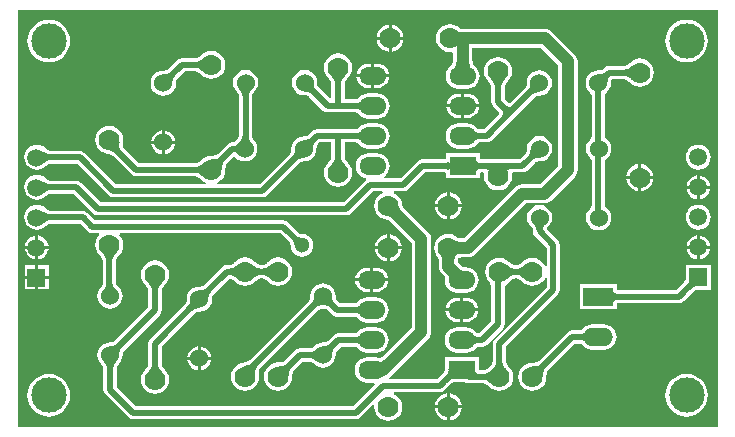
<source format=gbl>
G04 Layer_Physical_Order=2*
G04 Layer_Color=16711680*
%FSLAX25Y25*%
%MOIN*%
G70*
G01*
G75*
%ADD10C,0.01969*%
%ADD11C,0.03937*%
%ADD12C,0.11811*%
%ADD13O,0.09000X0.06000*%
%ADD14R,0.09000X0.06000*%
%ADD15C,0.07000*%
%ADD16O,0.10000X0.06000*%
%ADD17R,0.10000X0.06000*%
%ADD18C,0.06000*%
%ADD19C,0.05906*%
%ADD20R,0.05906X0.05906*%
%ADD21C,0.02362*%
%ADD22C,0.05118*%
G36*
X234816Y1405D02*
X1405D01*
Y140327D01*
X234816D01*
Y1405D01*
D02*
G37*
%LPC*%
G36*
X125500Y65473D02*
Y61500D01*
X129473D01*
X129384Y62175D01*
X128931Y63269D01*
X128209Y64209D01*
X127269Y64931D01*
X126175Y65384D01*
X125500Y65473D01*
D02*
G37*
G36*
X124500D02*
X123825Y65384D01*
X122731Y64931D01*
X121791Y64209D01*
X121069Y63269D01*
X120616Y62175D01*
X120527Y61500D01*
X124500D01*
Y65473D01*
D02*
G37*
G36*
X7874Y75351D02*
X6795Y75209D01*
X5789Y74792D01*
X4926Y74129D01*
X4263Y73266D01*
X3847Y72260D01*
X3704Y71181D01*
X3847Y70102D01*
X4263Y69096D01*
X4926Y68233D01*
X5789Y67570D01*
X6795Y67154D01*
X7874Y67012D01*
X8953Y67154D01*
X9959Y67570D01*
X10822Y68233D01*
X10874Y68300D01*
X10999Y68420D01*
X11154Y68548D01*
X11308Y68657D01*
X11460Y68749D01*
X11613Y68824D01*
X11766Y68884D01*
X11922Y68931D01*
X12084Y68964D01*
X12159Y68973D01*
X22204D01*
X24739Y66439D01*
X25455Y65960D01*
X26300Y65792D01*
X28507D01*
X28547Y65675D01*
X28626Y65292D01*
X27911Y64361D01*
X27439Y63222D01*
X27279Y62000D01*
X27439Y60778D01*
X27911Y59639D01*
X28661Y58661D01*
X28757Y58588D01*
X28938Y58401D01*
X29139Y58167D01*
X29311Y57939D01*
X29453Y57720D01*
X29569Y57508D01*
X29660Y57304D01*
X29727Y57108D01*
X29774Y56917D01*
X29792Y56789D01*
Y49156D01*
X29783Y49079D01*
X29749Y48904D01*
X29701Y48730D01*
X29639Y48556D01*
X29560Y48380D01*
X29465Y48201D01*
X29351Y48020D01*
X29219Y47835D01*
X29045Y47621D01*
X28995Y47527D01*
X28600Y47012D01*
X28179Y45994D01*
X28035Y44903D01*
X28179Y43812D01*
X28600Y42794D01*
X29270Y41921D01*
X30143Y41251D01*
X31161Y40830D01*
X32252Y40686D01*
X33343Y40830D01*
X34361Y41251D01*
X35234Y41921D01*
X35904Y42794D01*
X36325Y43812D01*
X36469Y44903D01*
X36325Y45994D01*
X35904Y47012D01*
X35234Y47885D01*
X35006Y48060D01*
X34966Y48113D01*
X34776Y48282D01*
X34642Y48421D01*
X34530Y48559D01*
X34437Y48697D01*
X34361Y48834D01*
X34300Y48974D01*
X34253Y49119D01*
X34218Y49272D01*
X34208Y49354D01*
Y56789D01*
X34226Y56917D01*
X34273Y57108D01*
X34341Y57304D01*
X34431Y57508D01*
X34547Y57720D01*
X34689Y57939D01*
X34861Y58167D01*
X35062Y58401D01*
X35243Y58588D01*
X35339Y58661D01*
X36089Y59639D01*
X36561Y60778D01*
X36722Y62000D01*
X36561Y63222D01*
X36089Y64361D01*
X35374Y65292D01*
X35453Y65675D01*
X35493Y65792D01*
X89086D01*
X92097Y62781D01*
X92113Y62761D01*
X92196Y62643D01*
X92265Y62527D01*
X92320Y62415D01*
X92363Y62304D01*
X92396Y62193D01*
X92418Y62080D01*
X92432Y61962D01*
X92435Y61858D01*
X92428Y61800D01*
X92556Y60824D01*
X92933Y59914D01*
X93533Y59132D01*
X94314Y58533D01*
X95224Y58156D01*
X96200Y58028D01*
X97176Y58156D01*
X98086Y58533D01*
X98867Y59132D01*
X99467Y59914D01*
X99844Y60824D01*
X99972Y61800D01*
X99844Y62776D01*
X99467Y63686D01*
X98867Y64468D01*
X98086Y65067D01*
X97176Y65444D01*
X96200Y65572D01*
X96142Y65565D01*
X96038Y65568D01*
X95920Y65582D01*
X95807Y65605D01*
X95696Y65637D01*
X95585Y65680D01*
X95473Y65735D01*
X95358Y65804D01*
X95239Y65887D01*
X95219Y65904D01*
X91561Y69561D01*
X90845Y70040D01*
X90000Y70208D01*
X27215D01*
X24680Y72742D01*
X23964Y73221D01*
X23119Y73389D01*
X12159D01*
X12084Y73398D01*
X11922Y73431D01*
X11766Y73478D01*
X11613Y73538D01*
X11460Y73613D01*
X11308Y73705D01*
X11154Y73814D01*
X10999Y73943D01*
X10874Y74062D01*
X10822Y74129D01*
X9959Y74792D01*
X8953Y75209D01*
X7874Y75351D01*
D02*
G37*
G36*
X227847Y65102D02*
X227315Y65032D01*
X226353Y64634D01*
X225527Y64000D01*
X224894Y63174D01*
X224495Y62213D01*
X224425Y61681D01*
X227847D01*
Y65102D01*
D02*
G37*
G36*
X8374D02*
Y61681D01*
X11795D01*
X11725Y62213D01*
X11327Y63174D01*
X10693Y64000D01*
X9867Y64634D01*
X8906Y65032D01*
X8374Y65102D01*
D02*
G37*
G36*
X7374D02*
X6842Y65032D01*
X5881Y64634D01*
X5055Y64000D01*
X4421Y63174D01*
X4023Y62213D01*
X3953Y61681D01*
X7374D01*
Y65102D01*
D02*
G37*
G36*
X232267Y60681D02*
X228847D01*
Y57260D01*
X229378Y57330D01*
X230340Y57728D01*
X231166Y58362D01*
X231799Y59188D01*
X232197Y60149D01*
X232267Y60681D01*
D02*
G37*
G36*
X129473Y60500D02*
X125500D01*
Y56527D01*
X126175Y56616D01*
X127269Y57069D01*
X128209Y57791D01*
X128931Y58731D01*
X129384Y59825D01*
X129473Y60500D01*
D02*
G37*
G36*
X124500D02*
X120527D01*
X120616Y59825D01*
X121069Y58731D01*
X121791Y57791D01*
X122731Y57069D01*
X123825Y56616D01*
X124500Y56527D01*
Y60500D01*
D02*
G37*
G36*
X88252Y57784D02*
X87030Y57624D01*
X85891Y57152D01*
X84913Y56402D01*
X84840Y56306D01*
X84653Y56125D01*
X84419Y55924D01*
X84191Y55752D01*
X83972Y55610D01*
X83760Y55494D01*
X83556Y55404D01*
X83360Y55336D01*
X83169Y55289D01*
X83041Y55271D01*
X82463D01*
X82335Y55289D01*
X82144Y55336D01*
X81948Y55404D01*
X81744Y55494D01*
X81532Y55610D01*
X81313Y55752D01*
X81085Y55924D01*
X80851Y56125D01*
X80664Y56306D01*
X80591Y56402D01*
X79613Y57152D01*
X78474Y57624D01*
X77252Y57784D01*
X76030Y57624D01*
X74891Y57152D01*
X73913Y56402D01*
X73840Y56306D01*
X73653Y56125D01*
X73419Y55924D01*
X73191Y55752D01*
X72972Y55610D01*
X72760Y55494D01*
X72556Y55404D01*
X72360Y55336D01*
X72169Y55289D01*
X72041Y55271D01*
X71223D01*
X70378Y55103D01*
X69662Y54624D01*
X63526Y48488D01*
X63462Y48439D01*
X63322Y48347D01*
X63175Y48268D01*
X63019Y48201D01*
X62852Y48145D01*
X62673Y48101D01*
X62478Y48069D01*
X62268Y48050D01*
X62087Y48046D01*
X62000Y48057D01*
X60909Y47914D01*
X59891Y47492D01*
X59018Y46822D01*
X58348Y45949D01*
X57926Y44932D01*
X57783Y43840D01*
X57794Y43753D01*
X57790Y43572D01*
X57771Y43362D01*
X57739Y43167D01*
X57695Y42988D01*
X57639Y42821D01*
X57572Y42665D01*
X57493Y42518D01*
X57401Y42378D01*
X57352Y42314D01*
X45691Y30653D01*
X45212Y29937D01*
X45044Y29092D01*
Y22274D01*
X45026Y22146D01*
X44979Y21955D01*
X44911Y21759D01*
X44821Y21555D01*
X44705Y21343D01*
X44563Y21124D01*
X44391Y20896D01*
X44190Y20662D01*
X44009Y20475D01*
X43913Y20402D01*
X43163Y19424D01*
X42691Y18285D01*
X42531Y17063D01*
X42691Y15841D01*
X43163Y14702D01*
X43913Y13724D01*
X44891Y12974D01*
X46030Y12502D01*
X47252Y12342D01*
X48474Y12502D01*
X49613Y12974D01*
X50591Y13724D01*
X51341Y14702D01*
X51813Y15841D01*
X51973Y17063D01*
X51813Y18285D01*
X51341Y19424D01*
X50591Y20402D01*
X50494Y20475D01*
X50314Y20662D01*
X50113Y20896D01*
X49941Y21124D01*
X49799Y21343D01*
X49683Y21555D01*
X49593Y21759D01*
X49525Y21955D01*
X49478Y22146D01*
X49460Y22274D01*
Y28177D01*
X60474Y39192D01*
X60538Y39241D01*
X60678Y39333D01*
X60825Y39412D01*
X60981Y39479D01*
X61148Y39535D01*
X61327Y39579D01*
X61522Y39611D01*
X61732Y39630D01*
X61913Y39634D01*
X62000Y39623D01*
X63091Y39766D01*
X64109Y40188D01*
X64982Y40858D01*
X65652Y41731D01*
X66074Y42748D01*
X66217Y43840D01*
X66206Y43927D01*
X66210Y44108D01*
X66229Y44318D01*
X66261Y44513D01*
X66306Y44692D01*
X66361Y44859D01*
X66428Y45015D01*
X66507Y45162D01*
X66599Y45302D01*
X66648Y45366D01*
X72125Y50843D01*
X72169Y50837D01*
X72360Y50790D01*
X72556Y50722D01*
X72760Y50632D01*
X72972Y50516D01*
X73191Y50374D01*
X73419Y50202D01*
X73653Y50001D01*
X73840Y49820D01*
X73913Y49724D01*
X74891Y48974D01*
X76030Y48502D01*
X77252Y48342D01*
X78474Y48502D01*
X79613Y48974D01*
X80591Y49724D01*
X80664Y49820D01*
X80851Y50001D01*
X81085Y50202D01*
X81313Y50374D01*
X81532Y50516D01*
X81744Y50632D01*
X81948Y50722D01*
X82144Y50790D01*
X82335Y50837D01*
X82463Y50855D01*
X83041D01*
X83169Y50837D01*
X83360Y50790D01*
X83556Y50722D01*
X83760Y50632D01*
X83972Y50516D01*
X84191Y50374D01*
X84419Y50202D01*
X84653Y50001D01*
X84840Y49820D01*
X84913Y49724D01*
X85891Y48974D01*
X87030Y48502D01*
X88252Y48342D01*
X89474Y48502D01*
X90613Y48974D01*
X91591Y49724D01*
X92341Y50702D01*
X92813Y51841D01*
X92974Y53063D01*
X92813Y54285D01*
X92341Y55424D01*
X91591Y56402D01*
X90613Y57152D01*
X89474Y57624D01*
X88252Y57784D01*
D02*
G37*
G36*
X227847Y60681D02*
X224425D01*
X224495Y60149D01*
X224894Y59188D01*
X225527Y58362D01*
X226353Y57728D01*
X227315Y57330D01*
X227847Y57260D01*
Y60681D01*
D02*
G37*
G36*
X11795D02*
X8374D01*
Y57260D01*
X8906Y57330D01*
X9867Y57728D01*
X10693Y58362D01*
X11327Y59188D01*
X11725Y60149D01*
X11795Y60681D01*
D02*
G37*
G36*
X7374D02*
X3953D01*
X4023Y60149D01*
X4421Y59188D01*
X5055Y58362D01*
X5881Y57728D01*
X6842Y57330D01*
X7374Y57260D01*
Y60681D01*
D02*
G37*
G36*
X208319Y83909D02*
X204346D01*
X204435Y83235D01*
X204888Y82140D01*
X205609Y81200D01*
X206550Y80479D01*
X207644Y80025D01*
X208319Y79936D01*
Y83909D01*
D02*
G37*
G36*
X232267Y80681D02*
X228847D01*
Y77260D01*
X229378Y77330D01*
X230340Y77728D01*
X231166Y78362D01*
X231799Y79188D01*
X232197Y80149D01*
X232267Y80681D01*
D02*
G37*
G36*
X227847D02*
X224425D01*
X224495Y80149D01*
X224894Y79188D01*
X225527Y78362D01*
X226353Y77728D01*
X227315Y77330D01*
X227847Y77260D01*
Y80681D01*
D02*
G37*
G36*
X228847Y85102D02*
Y81681D01*
X232267D01*
X232197Y82213D01*
X231799Y83175D01*
X231166Y84000D01*
X230340Y84634D01*
X229378Y85032D01*
X228847Y85102D01*
D02*
G37*
G36*
X227847D02*
X227315Y85032D01*
X226353Y84634D01*
X225527Y84000D01*
X224894Y83175D01*
X224495Y82213D01*
X224425Y81681D01*
X227847D01*
Y85102D01*
D02*
G37*
G36*
X213292Y83909D02*
X209319D01*
Y79936D01*
X209994Y80025D01*
X211088Y80479D01*
X212028Y81200D01*
X212750Y82140D01*
X213203Y83235D01*
X213292Y83909D01*
D02*
G37*
G36*
X145500Y79473D02*
Y75500D01*
X149473D01*
X149384Y76175D01*
X148931Y77269D01*
X148209Y78209D01*
X147269Y78931D01*
X146175Y79384D01*
X145500Y79473D01*
D02*
G37*
G36*
X228346Y75351D02*
X227267Y75209D01*
X226262Y74792D01*
X225398Y74129D01*
X224736Y73266D01*
X224319Y72260D01*
X224177Y71181D01*
X224319Y70102D01*
X224736Y69096D01*
X225398Y68233D01*
X226262Y67570D01*
X227267Y67154D01*
X228346Y67012D01*
X229426Y67154D01*
X230431Y67570D01*
X231295Y68233D01*
X231957Y69096D01*
X232374Y70102D01*
X232516Y71181D01*
X232374Y72260D01*
X231957Y73266D01*
X231295Y74129D01*
X230431Y74792D01*
X229426Y75209D01*
X228346Y75351D01*
D02*
G37*
G36*
X145590Y135588D02*
X144369Y135427D01*
X143230Y134955D01*
X142252Y134205D01*
X141502Y133227D01*
X141030Y132088D01*
X140869Y130866D01*
X141030Y129644D01*
X141502Y128505D01*
X142252Y127527D01*
X143230Y126777D01*
X144369Y126305D01*
X145590Y126145D01*
X146250Y126232D01*
X146626Y125902D01*
Y125010D01*
X146612Y124272D01*
X146557Y123459D01*
X146469Y122765D01*
X146353Y122198D01*
X146292Y122000D01*
X146195Y121959D01*
X145321Y121289D01*
X144931Y120781D01*
X144915Y120766D01*
X144906Y120748D01*
X144651Y120416D01*
X144230Y119399D01*
X144086Y118307D01*
X144230Y117216D01*
X144651Y116199D01*
X145321Y115325D01*
X146195Y114655D01*
X147212Y114234D01*
X148303Y114090D01*
X151303D01*
X152395Y114234D01*
X153412Y114655D01*
X154285Y115325D01*
X154955Y116199D01*
X155377Y117216D01*
X155520Y118307D01*
X155377Y119399D01*
X154955Y120416D01*
X154700Y120748D01*
X154691Y120766D01*
X154675Y120781D01*
X154285Y121289D01*
X153412Y121959D01*
X153314Y122000D01*
X153253Y122198D01*
X153141Y122747D01*
X152994Y124289D01*
X152980Y125010D01*
Y127689D01*
X175818D01*
X181723Y121784D01*
Y88216D01*
X175684Y82177D01*
X169500D01*
X168678Y82069D01*
X167912Y81751D01*
X167254Y81246D01*
X150184Y64177D01*
X149853D01*
X149318Y64191D01*
X148777Y64241D01*
X148589Y64271D01*
X148436Y64306D01*
X148341Y64336D01*
X148339Y64339D01*
X147361Y65089D01*
X146222Y65561D01*
X145000Y65721D01*
X143778Y65561D01*
X142639Y65089D01*
X141661Y64339D01*
X140911Y63361D01*
X140439Y62222D01*
X140278Y61000D01*
X140439Y59778D01*
X140911Y58639D01*
X141661Y57661D01*
X141665Y57659D01*
X141694Y57564D01*
X141728Y57411D01*
X141757Y57234D01*
X141823Y56343D01*
X141823Y56324D01*
Y54756D01*
X141931Y53934D01*
X142249Y53167D01*
X142754Y52510D01*
X142895Y52368D01*
X143413Y51830D01*
X143862Y51308D01*
X143878Y51286D01*
X143747Y50291D01*
X143891Y49200D01*
X144312Y48183D01*
X144983Y47309D01*
X145856Y46639D01*
X146873Y46218D01*
X147965Y46074D01*
X150965D01*
X152056Y46218D01*
X153073Y46639D01*
X153947Y47309D01*
X154617Y48183D01*
X155038Y49200D01*
X155182Y50291D01*
X155038Y51383D01*
X154617Y52400D01*
X153947Y53273D01*
X153073Y53944D01*
X152056Y54365D01*
X150965Y54509D01*
X150003D01*
X149892Y54584D01*
X148177Y56108D01*
Y56147D01*
X148191Y56682D01*
X148241Y57223D01*
X148272Y57411D01*
X148306Y57564D01*
X148336Y57659D01*
X148339Y57661D01*
X148341Y57665D01*
X148436Y57694D01*
X148589Y57728D01*
X148766Y57757D01*
X149657Y57823D01*
X149676Y57823D01*
X151500D01*
X152322Y57932D01*
X153088Y58249D01*
X153746Y58754D01*
X170816Y75823D01*
X177000D01*
X177822Y75932D01*
X178588Y76249D01*
X179246Y76754D01*
X187146Y84654D01*
X187651Y85312D01*
X187969Y86078D01*
X188077Y86900D01*
Y123100D01*
X187969Y123922D01*
X187651Y124688D01*
X187146Y125346D01*
X179380Y133113D01*
X178722Y133617D01*
X177956Y133935D01*
X177134Y134043D01*
X149053D01*
X148929Y134205D01*
X147951Y134955D01*
X146813Y135427D01*
X145590Y135588D01*
D02*
G37*
G36*
X228847Y65102D02*
Y61681D01*
X232267D01*
X232197Y62213D01*
X231799Y63174D01*
X231166Y64000D01*
X230340Y64634D01*
X229378Y65032D01*
X228847Y65102D01*
D02*
G37*
G36*
X144500Y79473D02*
X143825Y79384D01*
X142731Y78931D01*
X141791Y78209D01*
X141069Y77269D01*
X140616Y76175D01*
X140527Y75500D01*
X144500D01*
Y79473D01*
D02*
G37*
G36*
X149473Y74500D02*
X145500D01*
Y70527D01*
X146175Y70616D01*
X147269Y71069D01*
X148209Y71791D01*
X148931Y72731D01*
X149384Y73825D01*
X149473Y74500D01*
D02*
G37*
G36*
X144500D02*
X140527D01*
X140616Y73825D01*
X141069Y72731D01*
X141791Y71791D01*
X142731Y71069D01*
X143825Y70616D01*
X144500Y70527D01*
Y74500D01*
D02*
G37*
G36*
X62500Y28129D02*
Y24660D01*
X65969D01*
X65897Y25204D01*
X65494Y26177D01*
X64853Y27013D01*
X64017Y27654D01*
X63044Y28057D01*
X62500Y28129D01*
D02*
G37*
G36*
X61500D02*
X60956Y28057D01*
X59983Y27654D01*
X59147Y27013D01*
X58506Y26177D01*
X58103Y25204D01*
X58031Y24660D01*
X61500D01*
Y28129D01*
D02*
G37*
G36*
X65969Y23660D02*
X62500D01*
Y20191D01*
X63044Y20263D01*
X64017Y20666D01*
X64853Y21307D01*
X65494Y22143D01*
X65897Y23116D01*
X65969Y23660D01*
D02*
G37*
G36*
X103252Y49120D02*
X102161Y48976D01*
X101143Y48555D01*
X100270Y47885D01*
X99600Y47012D01*
X99178Y45994D01*
X99035Y44903D01*
X99046Y44816D01*
X99042Y44635D01*
X99023Y44425D01*
X98991Y44230D01*
X98946Y44051D01*
X98891Y43884D01*
X98824Y43728D01*
X98745Y43581D01*
X98653Y43441D01*
X98604Y43377D01*
X78778Y23551D01*
X78682Y23477D01*
X78501Y23358D01*
X78294Y23244D01*
X78062Y23135D01*
X77803Y23032D01*
X77531Y22942D01*
X76852Y22771D01*
X76477Y22703D01*
X76399Y22672D01*
X76030Y22624D01*
X74891Y22152D01*
X73913Y21402D01*
X73163Y20424D01*
X72691Y19285D01*
X72531Y18063D01*
X72691Y16841D01*
X73163Y15702D01*
X73913Y14724D01*
X74891Y13974D01*
X76030Y13502D01*
X77252Y13341D01*
X78474Y13502D01*
X79613Y13974D01*
X80591Y14724D01*
X81341Y15702D01*
X81813Y16841D01*
X81973Y18063D01*
X81881Y18763D01*
X81887Y18867D01*
X81838Y19197D01*
X81819Y19461D01*
X81822Y19701D01*
X81844Y19916D01*
X81883Y20109D01*
X81937Y20283D01*
X82007Y20444D01*
X82093Y20594D01*
X82168Y20696D01*
X101726Y40255D01*
X101790Y40304D01*
X101930Y40396D01*
X102077Y40475D01*
X102233Y40542D01*
X102400Y40598D01*
X102579Y40642D01*
X102774Y40674D01*
X102984Y40693D01*
X103165Y40697D01*
X103252Y40686D01*
X103339Y40697D01*
X103520Y40693D01*
X103730Y40674D01*
X103925Y40642D01*
X104104Y40598D01*
X104271Y40542D01*
X104427Y40475D01*
X104574Y40396D01*
X104714Y40304D01*
X104778Y40255D01*
X106302Y38730D01*
X107019Y38252D01*
X107864Y38084D01*
X113757D01*
X113974Y38069D01*
X114276Y38030D01*
X114458Y37993D01*
X114983Y37309D01*
X115856Y36639D01*
X116873Y36218D01*
X117965Y36074D01*
X120965D01*
X122056Y36218D01*
X123073Y36639D01*
X123947Y37309D01*
X124617Y38183D01*
X125038Y39200D01*
X125182Y40291D01*
X125038Y41383D01*
X124617Y42400D01*
X123947Y43273D01*
X123073Y43944D01*
X122056Y44365D01*
X120965Y44508D01*
X117965D01*
X116873Y44365D01*
X115856Y43944D01*
X114983Y43273D01*
X114458Y42590D01*
X114294Y42556D01*
X113699Y42499D01*
X108778D01*
X107900Y43377D01*
X107851Y43441D01*
X107759Y43581D01*
X107680Y43728D01*
X107613Y43884D01*
X107557Y44051D01*
X107513Y44230D01*
X107481Y44425D01*
X107462Y44635D01*
X107458Y44816D01*
X107469Y44903D01*
X107325Y45994D01*
X106904Y47012D01*
X106234Y47885D01*
X105360Y48555D01*
X104343Y48976D01*
X103252Y49120D01*
D02*
G37*
G36*
X120965Y34508D02*
X117965D01*
X116873Y34365D01*
X115856Y33944D01*
X114983Y33273D01*
X114458Y32590D01*
X114294Y32556D01*
X113699Y32499D01*
X108320D01*
X107475Y32331D01*
X106759Y31852D01*
X104778Y29871D01*
X104714Y29822D01*
X104574Y29730D01*
X104427Y29651D01*
X104271Y29584D01*
X104104Y29528D01*
X103925Y29484D01*
X103730Y29452D01*
X103520Y29433D01*
X103339Y29429D01*
X103252Y29440D01*
X102161Y29296D01*
X101143Y28875D01*
X100270Y28205D01*
X100216Y28135D01*
X100086Y28010D01*
X99923Y27875D01*
X99763Y27760D01*
X99605Y27665D01*
X99448Y27586D01*
X99290Y27524D01*
X99130Y27475D01*
X98966Y27441D01*
X98886Y27431D01*
X95412D01*
X94567Y27263D01*
X93851Y26784D01*
X90375Y23309D01*
X90272Y23232D01*
X90104Y23130D01*
X89917Y23038D01*
X89709Y22958D01*
X89478Y22890D01*
X89222Y22836D01*
X88940Y22796D01*
X88632Y22773D01*
X88372Y22769D01*
X88252Y22784D01*
X87030Y22624D01*
X85891Y22152D01*
X84913Y21402D01*
X84163Y20424D01*
X83691Y19285D01*
X83530Y18063D01*
X83691Y16841D01*
X84163Y15702D01*
X84913Y14724D01*
X85891Y13974D01*
X87030Y13502D01*
X88252Y13341D01*
X89474Y13502D01*
X90613Y13974D01*
X91591Y14724D01*
X92341Y15702D01*
X92813Y16841D01*
X92974Y18063D01*
X92958Y18183D01*
X92962Y18443D01*
X92985Y18751D01*
X93025Y19033D01*
X93079Y19289D01*
X93147Y19520D01*
X93227Y19728D01*
X93318Y19915D01*
X93421Y20083D01*
X93498Y20186D01*
X96326Y23015D01*
X98886D01*
X98966Y23005D01*
X99130Y22971D01*
X99290Y22922D01*
X99448Y22860D01*
X99605Y22781D01*
X99763Y22685D01*
X99923Y22571D01*
X100086Y22436D01*
X100216Y22311D01*
X100270Y22241D01*
X101143Y21571D01*
X102161Y21149D01*
X103252Y21006D01*
X104343Y21149D01*
X105360Y21571D01*
X106234Y22241D01*
X106904Y23114D01*
X107325Y24132D01*
X107469Y25223D01*
X107458Y25310D01*
X107462Y25491D01*
X107481Y25701D01*
X107513Y25896D01*
X107557Y26075D01*
X107613Y26242D01*
X107680Y26398D01*
X107759Y26545D01*
X107851Y26685D01*
X107900Y26749D01*
X109235Y28084D01*
X113757D01*
X113974Y28069D01*
X114276Y28030D01*
X114458Y27993D01*
X114983Y27309D01*
X115856Y26639D01*
X116873Y26218D01*
X117965Y26074D01*
X120965D01*
X122056Y26218D01*
X123073Y26639D01*
X123947Y27309D01*
X124617Y28183D01*
X125038Y29200D01*
X125182Y30291D01*
X125038Y31383D01*
X124617Y32400D01*
X123947Y33273D01*
X123073Y33944D01*
X122056Y34365D01*
X120965Y34508D01*
D02*
G37*
G36*
X196950Y35517D02*
X192950D01*
X191858Y35373D01*
X190841Y34952D01*
X189968Y34282D01*
X189444Y33599D01*
X189280Y33565D01*
X188684Y33508D01*
X186300D01*
X185455Y33340D01*
X184739Y32861D01*
X175123Y23246D01*
X175020Y23169D01*
X174852Y23067D01*
X174665Y22975D01*
X174457Y22895D01*
X174226Y22827D01*
X173970Y22773D01*
X173688Y22733D01*
X173380Y22710D01*
X173120Y22706D01*
X173000Y22722D01*
X171778Y22561D01*
X170639Y22089D01*
X169661Y21339D01*
X168911Y20361D01*
X168439Y19222D01*
X168279Y18000D01*
X168439Y16778D01*
X168911Y15639D01*
X169661Y14661D01*
X170639Y13911D01*
X171778Y13439D01*
X173000Y13279D01*
X174222Y13439D01*
X175361Y13911D01*
X176339Y14661D01*
X177089Y15639D01*
X177561Y16778D01*
X177722Y18000D01*
X177706Y18120D01*
X177710Y18380D01*
X177733Y18688D01*
X177773Y18970D01*
X177827Y19226D01*
X177895Y19457D01*
X177975Y19665D01*
X178067Y19852D01*
X178169Y20020D01*
X178246Y20123D01*
X187215Y29092D01*
X188743D01*
X188959Y29078D01*
X189261Y29039D01*
X189444Y29002D01*
X189968Y28318D01*
X190841Y27648D01*
X191858Y27226D01*
X192950Y27083D01*
X196950D01*
X198041Y27226D01*
X199059Y27648D01*
X199932Y28318D01*
X200602Y29191D01*
X201024Y30209D01*
X201167Y31300D01*
X201024Y32392D01*
X200602Y33409D01*
X199932Y34282D01*
X199059Y34952D01*
X198041Y35373D01*
X196950Y35517D01*
D02*
G37*
G36*
X61500Y23660D02*
X58031D01*
X58103Y23116D01*
X58506Y22143D01*
X59147Y21307D01*
X59983Y20666D01*
X60956Y20263D01*
X61500Y20191D01*
Y23660D01*
D02*
G37*
G36*
X11811Y18932D02*
X10422Y18795D01*
X9086Y18390D01*
X7855Y17732D01*
X6776Y16846D01*
X5890Y15767D01*
X5232Y14536D01*
X4827Y13200D01*
X4690Y11811D01*
X4827Y10422D01*
X5232Y9086D01*
X5890Y7855D01*
X6776Y6776D01*
X7855Y5890D01*
X9086Y5232D01*
X10422Y4827D01*
X11811Y4690D01*
X13200Y4827D01*
X14536Y5232D01*
X15767Y5890D01*
X16846Y6776D01*
X17732Y7855D01*
X18390Y9086D01*
X18795Y10422D01*
X18932Y11811D01*
X18795Y13200D01*
X18390Y14536D01*
X17732Y15767D01*
X16846Y16846D01*
X15767Y17732D01*
X14536Y18390D01*
X13200Y18795D01*
X11811Y18932D01*
D02*
G37*
G36*
X149473Y7500D02*
X145500D01*
Y3527D01*
X146175Y3616D01*
X147269Y4069D01*
X148209Y4791D01*
X148931Y5731D01*
X149384Y6825D01*
X149473Y7500D01*
D02*
G37*
G36*
X144500D02*
X140527D01*
X140616Y6825D01*
X141069Y5731D01*
X141791Y4791D01*
X142731Y4069D01*
X143825Y3616D01*
X144500Y3527D01*
Y7500D01*
D02*
G37*
G36*
X145500Y12473D02*
Y8500D01*
X149473D01*
X149384Y9175D01*
X148931Y10269D01*
X148209Y11209D01*
X147269Y11931D01*
X146175Y12384D01*
X145500Y12473D01*
D02*
G37*
G36*
X144500D02*
X143825Y12384D01*
X142731Y11931D01*
X141791Y11209D01*
X141069Y10269D01*
X140616Y9175D01*
X140527Y8500D01*
X144500D01*
Y12473D01*
D02*
G37*
G36*
X224410Y18932D02*
X223020Y18795D01*
X221684Y18390D01*
X220453Y17732D01*
X219374Y16846D01*
X218489Y15767D01*
X217831Y14536D01*
X217425Y13200D01*
X217288Y11811D01*
X217425Y10422D01*
X217831Y9086D01*
X218489Y7855D01*
X219374Y6776D01*
X220453Y5890D01*
X221684Y5232D01*
X223020Y4827D01*
X224410Y4690D01*
X225799Y4827D01*
X227134Y5232D01*
X228366Y5890D01*
X229445Y6776D01*
X230330Y7855D01*
X230988Y9086D01*
X231394Y10422D01*
X231530Y11811D01*
X231394Y13200D01*
X230988Y14536D01*
X230330Y15767D01*
X229445Y16846D01*
X228366Y17732D01*
X227134Y18390D01*
X225799Y18795D01*
X224410Y18932D01*
D02*
G37*
G36*
X118965Y54326D02*
X117965D01*
X116920Y54188D01*
X115947Y53785D01*
X115112Y53144D01*
X114471Y52309D01*
X114067Y51336D01*
X113996Y50791D01*
X118965D01*
Y54326D01*
D02*
G37*
G36*
X11827Y50681D02*
X8374D01*
Y47228D01*
X11827D01*
Y50681D01*
D02*
G37*
G36*
X7374D02*
X3921D01*
Y47228D01*
X7374D01*
Y50681D01*
D02*
G37*
G36*
X11827Y55134D02*
X8374D01*
Y51681D01*
X11827D01*
Y55134D01*
D02*
G37*
G36*
X7374D02*
X3921D01*
Y51681D01*
X7374D01*
Y55134D01*
D02*
G37*
G36*
X120965Y54326D02*
X119965D01*
Y50791D01*
X124933D01*
X124862Y51336D01*
X124459Y52309D01*
X123817Y53144D01*
X122982Y53785D01*
X122009Y54188D01*
X120965Y54326D01*
D02*
G37*
G36*
X232480Y55315D02*
X224213D01*
Y51080D01*
X224201Y51024D01*
X224213Y50968D01*
Y50322D01*
X224060Y50102D01*
X223590Y49547D01*
X220951Y46908D01*
X201575D01*
X201445Y46919D01*
X201251Y46951D01*
X201231Y46957D01*
Y48881D01*
X188869D01*
Y40519D01*
X201231D01*
Y42443D01*
X201251Y42449D01*
X201445Y42481D01*
X201575Y42492D01*
X221865D01*
X222710Y42660D01*
X223427Y43139D01*
X226623Y46336D01*
X226972Y46660D01*
X227254Y46885D01*
X227487Y47047D01*
X228134D01*
X228190Y47036D01*
X228246Y47047D01*
X232480D01*
Y55315D01*
D02*
G37*
G36*
X148965Y44326D02*
X147965D01*
X146920Y44188D01*
X145947Y43785D01*
X145112Y43144D01*
X144471Y42309D01*
X144068Y41336D01*
X143996Y40791D01*
X148965D01*
Y44326D01*
D02*
G37*
G36*
X154933Y39791D02*
X149965D01*
Y36257D01*
X150965D01*
X152009Y36394D01*
X152982Y36797D01*
X153817Y37438D01*
X154459Y38274D01*
X154862Y39247D01*
X154933Y39791D01*
D02*
G37*
G36*
X148965D02*
X143996D01*
X144068Y39247D01*
X144471Y38274D01*
X145112Y37438D01*
X145947Y36797D01*
X146920Y36394D01*
X147965Y36257D01*
X148965D01*
Y39791D01*
D02*
G37*
G36*
X124933Y49791D02*
X119965D01*
Y46257D01*
X120965D01*
X122009Y46394D01*
X122982Y46797D01*
X123817Y47438D01*
X124459Y48274D01*
X124862Y49247D01*
X124933Y49791D01*
D02*
G37*
G36*
X118965D02*
X113996D01*
X114067Y49247D01*
X114471Y48274D01*
X115112Y47438D01*
X115947Y46797D01*
X116920Y46394D01*
X117965Y46257D01*
X118965D01*
Y49791D01*
D02*
G37*
G36*
X150965Y44326D02*
X149965D01*
Y40791D01*
X154933D01*
X154862Y41336D01*
X154459Y42309D01*
X153817Y43144D01*
X152982Y43785D01*
X152009Y44188D01*
X150965Y44326D01*
D02*
G37*
G36*
X208319Y88882D02*
X207644Y88794D01*
X206550Y88340D01*
X205609Y87619D01*
X204888Y86679D01*
X204435Y85584D01*
X204346Y84909D01*
X208319D01*
Y88882D01*
D02*
G37*
G36*
X49500Y95660D02*
X46031D01*
X46103Y95116D01*
X46506Y94143D01*
X47147Y93307D01*
X47983Y92666D01*
X48956Y92263D01*
X49500Y92191D01*
Y95660D01*
D02*
G37*
G36*
X53969D02*
X50500D01*
Y92191D01*
X51044Y92263D01*
X52017Y92666D01*
X52853Y93307D01*
X53494Y94143D01*
X53897Y95116D01*
X53969Y95660D01*
D02*
G37*
G36*
X121303Y122342D02*
X120303D01*
Y118807D01*
X125272D01*
X125200Y119351D01*
X124797Y120324D01*
X124156Y121160D01*
X123320Y121801D01*
X122347Y122204D01*
X121303Y122342D01*
D02*
G37*
G36*
X77412Y120280D02*
X76320Y120136D01*
X75303Y119715D01*
X74430Y119045D01*
X73760Y118172D01*
X73339Y117155D01*
X73195Y116063D01*
X73339Y114971D01*
X73760Y113954D01*
X74430Y113081D01*
X74500Y113027D01*
X74625Y112897D01*
X74760Y112734D01*
X74874Y112574D01*
X74970Y112416D01*
X75049Y112259D01*
X75111Y112101D01*
X75160Y111941D01*
X75194Y111777D01*
X75204Y111697D01*
Y98451D01*
X75194Y98369D01*
X75159Y98216D01*
X75112Y98071D01*
X75051Y97931D01*
X74975Y97794D01*
X74882Y97657D01*
X74770Y97518D01*
X74636Y97379D01*
X74446Y97210D01*
X74406Y97157D01*
X74178Y96982D01*
X73595Y96222D01*
X73552Y96216D01*
X73434Y96208D01*
X73000D01*
X72155Y96040D01*
X71439Y95561D01*
X68123Y92246D01*
X68020Y92169D01*
X67852Y92067D01*
X67665Y91975D01*
X67457Y91895D01*
X67226Y91827D01*
X66970Y91773D01*
X66688Y91733D01*
X66380Y91710D01*
X66120Y91706D01*
X66000Y91721D01*
X64778Y91561D01*
X63639Y91089D01*
X62661Y90339D01*
X62588Y90243D01*
X62401Y90062D01*
X62167Y89861D01*
X61939Y89689D01*
X61720Y89547D01*
X61508Y89431D01*
X61304Y89341D01*
X61108Y89273D01*
X60917Y89226D01*
X60789Y89208D01*
X41914D01*
X36844Y94278D01*
X36770Y94380D01*
X36687Y94527D01*
X36621Y94681D01*
X36571Y94849D01*
X36537Y95033D01*
X36520Y95239D01*
X36523Y95469D01*
X36548Y95724D01*
X36556Y95766D01*
X36561Y95778D01*
X36568Y95836D01*
X36606Y96046D01*
X36605Y96113D01*
X36722Y97000D01*
X36561Y98222D01*
X36089Y99361D01*
X35339Y100339D01*
X34361Y101089D01*
X33222Y101561D01*
X32000Y101722D01*
X30778Y101561D01*
X29639Y101089D01*
X28661Y100339D01*
X27911Y99361D01*
X27439Y98222D01*
X27279Y97000D01*
X27439Y95778D01*
X27911Y94639D01*
X28661Y93661D01*
X29639Y92911D01*
X30778Y92439D01*
X31032Y92406D01*
X31074Y92388D01*
X31453Y92306D01*
X32140Y92114D01*
X32417Y92015D01*
X32680Y91905D01*
X32915Y91790D01*
X33124Y91671D01*
X33308Y91549D01*
X33401Y91477D01*
X39439Y85439D01*
X40155Y84960D01*
X41000Y84792D01*
X60789D01*
X60917Y84774D01*
X61108Y84727D01*
X61304Y84659D01*
X61508Y84569D01*
X61720Y84453D01*
X61939Y84311D01*
X62167Y84139D01*
X62401Y83938D01*
X62588Y83757D01*
X62661Y83661D01*
X63639Y82911D01*
X64130Y82708D01*
X64031Y82208D01*
X34214D01*
X23680Y92742D01*
X22964Y93221D01*
X22119Y93389D01*
X12159D01*
X12084Y93398D01*
X11922Y93432D01*
X11766Y93478D01*
X11613Y93538D01*
X11460Y93613D01*
X11308Y93705D01*
X11154Y93814D01*
X10999Y93942D01*
X10874Y94062D01*
X10822Y94129D01*
X9959Y94792D01*
X8953Y95209D01*
X7874Y95351D01*
X6795Y95209D01*
X5789Y94792D01*
X4926Y94129D01*
X4263Y93266D01*
X3847Y92260D01*
X3704Y91181D01*
X3847Y90102D01*
X4263Y89096D01*
X4926Y88233D01*
X5789Y87570D01*
X6795Y87154D01*
X7874Y87012D01*
X8953Y87154D01*
X9959Y87570D01*
X10822Y88233D01*
X10874Y88300D01*
X10999Y88420D01*
X11154Y88548D01*
X11308Y88657D01*
X11460Y88749D01*
X11613Y88824D01*
X11766Y88884D01*
X11922Y88931D01*
X12084Y88964D01*
X12159Y88973D01*
X21204D01*
X31739Y78439D01*
X32455Y77960D01*
X33300Y77792D01*
X83000D01*
X83845Y77960D01*
X84561Y78439D01*
X95427Y89305D01*
X95490Y89354D01*
X95634Y89449D01*
X95785Y89533D01*
X95947Y89605D01*
X96120Y89666D01*
X96306Y89717D01*
X96507Y89756D01*
X96724Y89783D01*
X96802Y89788D01*
X96840Y89783D01*
X96938Y89796D01*
X96994Y89799D01*
X97025Y89807D01*
X97931Y89926D01*
X98949Y90348D01*
X99822Y91018D01*
X100492Y91891D01*
X100914Y92909D01*
X101057Y94000D01*
X101046Y94087D01*
X101050Y94268D01*
X101069Y94478D01*
X101101Y94673D01*
X101146Y94852D01*
X101201Y95019D01*
X101268Y95175D01*
X101347Y95322D01*
X101439Y95462D01*
X101488Y95526D01*
X102062Y96099D01*
X106044D01*
Y91274D01*
X106026Y91146D01*
X105979Y90955D01*
X105911Y90759D01*
X105821Y90555D01*
X105705Y90343D01*
X105562Y90124D01*
X105391Y89896D01*
X105190Y89662D01*
X105009Y89475D01*
X104913Y89402D01*
X104163Y88424D01*
X103691Y87285D01*
X103531Y86063D01*
X103691Y84841D01*
X104163Y83702D01*
X104913Y82724D01*
X105891Y81974D01*
X107030Y81502D01*
X108252Y81341D01*
X109474Y81502D01*
X110613Y81974D01*
X111591Y82724D01*
X112341Y83702D01*
X112813Y84841D01*
X112973Y86063D01*
X112813Y87285D01*
X112341Y88424D01*
X111591Y89402D01*
X111495Y89475D01*
X111314Y89662D01*
X111113Y89896D01*
X110941Y90123D01*
X110799Y90343D01*
X110683Y90555D01*
X110592Y90759D01*
X110525Y90955D01*
X110478Y91146D01*
X110460Y91274D01*
Y96099D01*
X114096D01*
X114312Y96085D01*
X114614Y96046D01*
X114797Y96009D01*
X115321Y95325D01*
X116195Y94655D01*
X117212Y94234D01*
X118303Y94090D01*
X121303D01*
X122395Y94234D01*
X123412Y94655D01*
X124285Y95325D01*
X124955Y96198D01*
X125377Y97216D01*
X125520Y98307D01*
X125377Y99399D01*
X124955Y100416D01*
X124285Y101289D01*
X123412Y101959D01*
X122395Y102381D01*
X121303Y102524D01*
X118303D01*
X117212Y102381D01*
X116195Y101959D01*
X115321Y101289D01*
X114797Y100606D01*
X114633Y100572D01*
X114037Y100515D01*
X101147D01*
X100302Y100347D01*
X99586Y99868D01*
X98366Y98648D01*
X98302Y98599D01*
X98162Y98507D01*
X98015Y98428D01*
X97859Y98361D01*
X97692Y98305D01*
X97513Y98261D01*
X97318Y98229D01*
X97108Y98210D01*
X96927Y98206D01*
X96840Y98217D01*
X95749Y98074D01*
X94731Y97652D01*
X93858Y96982D01*
X93188Y96109D01*
X92766Y95091D01*
X92623Y94000D01*
X92642Y93855D01*
X92639Y93841D01*
X92643Y93580D01*
X92631Y93378D01*
X92605Y93191D01*
X92567Y93018D01*
X92517Y92858D01*
X92455Y92708D01*
X92380Y92566D01*
X92292Y92429D01*
X92242Y92365D01*
X82086Y82208D01*
X67969D01*
X67870Y82708D01*
X68361Y82911D01*
X69339Y83661D01*
X70089Y84639D01*
X70561Y85778D01*
X70722Y87000D01*
X70706Y87120D01*
X70710Y87380D01*
X70733Y87688D01*
X70773Y87970D01*
X70827Y88226D01*
X70895Y88457D01*
X70975Y88665D01*
X71066Y88852D01*
X71169Y89020D01*
X71246Y89123D01*
X73459Y91337D01*
X73958Y91304D01*
X74178Y91018D01*
X75051Y90348D01*
X76069Y89926D01*
X77160Y89783D01*
X78251Y89926D01*
X79269Y90348D01*
X80142Y91018D01*
X80812Y91891D01*
X81234Y92909D01*
X81377Y94000D01*
X81234Y95091D01*
X80812Y96109D01*
X80417Y96624D01*
X80367Y96718D01*
X80193Y96932D01*
X80060Y97117D01*
X79947Y97298D01*
X79852Y97477D01*
X79773Y97653D01*
X79711Y97827D01*
X79663Y98001D01*
X79629Y98176D01*
X79620Y98253D01*
Y111697D01*
X79630Y111777D01*
X79664Y111941D01*
X79712Y112101D01*
X79775Y112259D01*
X79854Y112416D01*
X79949Y112574D01*
X80064Y112734D01*
X80199Y112897D01*
X80324Y113027D01*
X80394Y113081D01*
X81064Y113954D01*
X81485Y114971D01*
X81629Y116063D01*
X81485Y117155D01*
X81064Y118172D01*
X80394Y119045D01*
X79521Y119715D01*
X78503Y120136D01*
X77412Y120280D01*
D02*
G37*
G36*
X161575Y124564D02*
X160353Y124403D01*
X159214Y123931D01*
X158236Y123181D01*
X157486Y122203D01*
X157014Y121064D01*
X156853Y119843D01*
X157014Y118621D01*
X157486Y117482D01*
X158236Y116504D01*
X158332Y116430D01*
X158513Y116243D01*
X158714Y116009D01*
X158885Y115782D01*
X159028Y115562D01*
X159144Y115351D01*
X159234Y115147D01*
X159302Y114950D01*
X159348Y114759D01*
X159367Y114632D01*
Y109683D01*
X159535Y108838D01*
X160014Y108121D01*
X161894Y106242D01*
X161978Y106120D01*
X162031Y106014D01*
X162052Y105946D01*
X162056Y105903D01*
X162052Y105860D01*
X162031Y105792D01*
X161978Y105686D01*
X161894Y105564D01*
X156844Y100515D01*
X155510D01*
X155294Y100530D01*
X154992Y100568D01*
X154810Y100606D01*
X154285Y101289D01*
X153412Y101959D01*
X152395Y102381D01*
X151303Y102524D01*
X148303D01*
X147212Y102381D01*
X146195Y101959D01*
X145321Y101289D01*
X144651Y100416D01*
X144230Y99399D01*
X144086Y98307D01*
X144230Y97216D01*
X144651Y96198D01*
X145321Y95325D01*
X146195Y94655D01*
X147212Y94234D01*
X148303Y94090D01*
X151303D01*
X152395Y94234D01*
X153412Y94655D01*
X154285Y95325D01*
X154810Y96009D01*
X154973Y96042D01*
X155569Y96099D01*
X157758D01*
X158603Y96267D01*
X159319Y96746D01*
X166916Y104342D01*
X173831Y111257D01*
X173895Y111307D01*
X174035Y111398D01*
X174182Y111477D01*
X174338Y111544D01*
X174504Y111600D01*
X174684Y111644D01*
X174878Y111677D01*
X175089Y111696D01*
X175269Y111700D01*
X175357Y111688D01*
X176448Y111832D01*
X177465Y112253D01*
X178339Y112924D01*
X179009Y113797D01*
X179430Y114814D01*
X179574Y115905D01*
X179430Y116997D01*
X179009Y118014D01*
X178339Y118887D01*
X177465Y119558D01*
X176448Y119979D01*
X175357Y120123D01*
X174265Y119979D01*
X173248Y119558D01*
X172375Y118887D01*
X171705Y118014D01*
X171283Y116997D01*
X171140Y115905D01*
X171151Y115818D01*
X171147Y115637D01*
X171128Y115427D01*
X171096Y115233D01*
X171051Y115053D01*
X170996Y114886D01*
X170928Y114731D01*
X170850Y114584D01*
X170758Y114443D01*
X170709Y114379D01*
X165693Y109364D01*
X165572Y109279D01*
X165465Y109226D01*
X165398Y109205D01*
X165354Y109201D01*
X165311Y109205D01*
X165243Y109226D01*
X165137Y109279D01*
X165016Y109364D01*
X163783Y110597D01*
Y114632D01*
X163801Y114759D01*
X163848Y114950D01*
X163915Y115147D01*
X164006Y115351D01*
X164121Y115562D01*
X164264Y115782D01*
X164436Y116009D01*
X164637Y116243D01*
X164817Y116430D01*
X164913Y116504D01*
X165664Y117482D01*
X166135Y118621D01*
X166296Y119843D01*
X166135Y121064D01*
X165664Y122203D01*
X164913Y123181D01*
X163935Y123931D01*
X162797Y124403D01*
X161575Y124564D01*
D02*
G37*
G36*
X175412Y98280D02*
X174320Y98137D01*
X173303Y97715D01*
X172430Y97045D01*
X171760Y96172D01*
X171338Y95155D01*
X171195Y94063D01*
X171206Y93976D01*
X171202Y93795D01*
X171183Y93585D01*
X171151Y93390D01*
X171106Y93211D01*
X171051Y93044D01*
X170984Y92888D01*
X170905Y92741D01*
X170813Y92601D01*
X170764Y92537D01*
X168742Y90515D01*
X155828D01*
X155698Y90526D01*
X155504Y90558D01*
X155484Y90564D01*
Y92488D01*
X144122D01*
Y90564D01*
X144102Y90558D01*
X143908Y90526D01*
X143778Y90515D01*
X136307D01*
X135462Y90347D01*
X134746Y89868D01*
X129086Y84208D01*
X123618D01*
X123505Y84453D01*
X123481Y84708D01*
X124285Y85325D01*
X124955Y86199D01*
X125377Y87216D01*
X125520Y88307D01*
X125377Y89399D01*
X124955Y90416D01*
X124285Y91289D01*
X123412Y91959D01*
X122395Y92381D01*
X121303Y92524D01*
X118303D01*
X117212Y92381D01*
X116195Y91959D01*
X115321Y91289D01*
X114651Y90416D01*
X114230Y89399D01*
X114086Y88307D01*
X114230Y87216D01*
X114651Y86199D01*
X115321Y85325D01*
X116195Y84655D01*
X117212Y84234D01*
X117490Y84197D01*
X117612Y83677D01*
X117439Y83561D01*
X110085Y76208D01*
X29114D01*
X22580Y82742D01*
X21864Y83221D01*
X21019Y83389D01*
X12159D01*
X12084Y83398D01*
X11922Y83432D01*
X11766Y83478D01*
X11613Y83538D01*
X11460Y83613D01*
X11308Y83705D01*
X11154Y83814D01*
X10999Y83943D01*
X10874Y84062D01*
X10822Y84129D01*
X9959Y84792D01*
X8953Y85209D01*
X7874Y85351D01*
X6795Y85209D01*
X5789Y84792D01*
X4926Y84129D01*
X4263Y83266D01*
X3847Y82260D01*
X3704Y81181D01*
X3847Y80102D01*
X4263Y79096D01*
X4926Y78233D01*
X5789Y77570D01*
X6795Y77154D01*
X7874Y77012D01*
X8953Y77154D01*
X9959Y77570D01*
X10822Y78233D01*
X10874Y78300D01*
X10999Y78420D01*
X11154Y78548D01*
X11308Y78658D01*
X11460Y78749D01*
X11613Y78824D01*
X11766Y78884D01*
X11922Y78931D01*
X12084Y78964D01*
X12159Y78973D01*
X20104D01*
X26639Y72439D01*
X27355Y71960D01*
X28200Y71792D01*
X111000D01*
X111845Y71960D01*
X112561Y72439D01*
X119914Y79792D01*
X123031D01*
X123130Y79292D01*
X122639Y79089D01*
X121661Y78339D01*
X120911Y77361D01*
X120439Y76222D01*
X120279Y75000D01*
X120439Y73778D01*
X120911Y72639D01*
X121661Y71661D01*
X122639Y70911D01*
X123778Y70439D01*
X125000Y70279D01*
X125004Y70279D01*
X125092Y70232D01*
X125225Y70149D01*
X125370Y70044D01*
X126046Y69461D01*
X126060Y69447D01*
X132823Y62684D01*
Y34316D01*
X124624Y26116D01*
X124059Y25573D01*
X123418Y25009D01*
X122851Y24566D01*
X122369Y24247D01*
X122356Y24240D01*
X122056Y24365D01*
X120965Y24509D01*
X117965D01*
X116873Y24365D01*
X115856Y23944D01*
X114983Y23273D01*
X114312Y22400D01*
X113891Y21383D01*
X113747Y20291D01*
X113891Y19200D01*
X114312Y18183D01*
X114983Y17309D01*
X115856Y16639D01*
X116873Y16218D01*
X117965Y16074D01*
X120345D01*
X120552Y15574D01*
X113186Y8208D01*
X40914D01*
X34460Y14662D01*
Y20857D01*
X34470Y20937D01*
X34504Y21101D01*
X34552Y21261D01*
X34615Y21418D01*
X34694Y21576D01*
X34789Y21734D01*
X34904Y21894D01*
X35039Y22057D01*
X35164Y22187D01*
X35234Y22241D01*
X35904Y23114D01*
X36325Y24132D01*
X36469Y25223D01*
X36458Y25310D01*
X36462Y25491D01*
X36481Y25701D01*
X36513Y25896D01*
X36557Y26075D01*
X36613Y26242D01*
X36680Y26398D01*
X36759Y26545D01*
X36851Y26685D01*
X36900Y26749D01*
X48813Y38662D01*
X49292Y39378D01*
X49460Y40223D01*
Y46852D01*
X49478Y46980D01*
X49525Y47171D01*
X49593Y47367D01*
X49683Y47571D01*
X49799Y47783D01*
X49941Y48002D01*
X50113Y48230D01*
X50314Y48464D01*
X50494Y48651D01*
X50591Y48724D01*
X51341Y49702D01*
X51813Y50841D01*
X51973Y52063D01*
X51813Y53285D01*
X51341Y54424D01*
X50591Y55402D01*
X49613Y56152D01*
X48474Y56624D01*
X47252Y56784D01*
X46030Y56624D01*
X44891Y56152D01*
X43913Y55402D01*
X43163Y54424D01*
X42691Y53285D01*
X42531Y52063D01*
X42691Y50841D01*
X43163Y49702D01*
X43913Y48724D01*
X44009Y48651D01*
X44190Y48464D01*
X44391Y48230D01*
X44563Y48002D01*
X44705Y47783D01*
X44821Y47571D01*
X44911Y47367D01*
X44979Y47171D01*
X45026Y46980D01*
X45044Y46852D01*
Y41137D01*
X33778Y29871D01*
X33714Y29822D01*
X33574Y29730D01*
X33427Y29651D01*
X33271Y29584D01*
X33104Y29528D01*
X32925Y29484D01*
X32730Y29452D01*
X32520Y29433D01*
X32339Y29429D01*
X32252Y29440D01*
X31161Y29296D01*
X30143Y28875D01*
X29270Y28205D01*
X28600Y27332D01*
X28179Y26314D01*
X28035Y25223D01*
X28179Y24132D01*
X28600Y23114D01*
X29270Y22241D01*
X29340Y22187D01*
X29465Y22057D01*
X29600Y21894D01*
X29714Y21734D01*
X29810Y21576D01*
X29889Y21418D01*
X29951Y21261D01*
X30000Y21101D01*
X30034Y20937D01*
X30044Y20857D01*
Y13748D01*
X30212Y12903D01*
X30691Y12187D01*
X38439Y4439D01*
X39155Y3960D01*
X40000Y3792D01*
X114100D01*
X114945Y3960D01*
X115661Y4439D01*
X119889Y8666D01*
X120337Y8445D01*
X120279Y8000D01*
X120439Y6778D01*
X120911Y5639D01*
X121661Y4661D01*
X122639Y3911D01*
X123778Y3439D01*
X125000Y3278D01*
X126222Y3439D01*
X127361Y3911D01*
X128339Y4661D01*
X129089Y5639D01*
X129561Y6778D01*
X129721Y8000D01*
X129561Y9222D01*
X129089Y10361D01*
X128339Y11339D01*
X127361Y12089D01*
X126870Y12292D01*
X126969Y12792D01*
X142100D01*
X142945Y12960D01*
X143661Y13439D01*
X145649Y15426D01*
X146021Y15774D01*
X146320Y16016D01*
X146453Y16110D01*
X150687D01*
X150911Y15960D01*
X151756Y15792D01*
X156789D01*
X156917Y15774D01*
X157108Y15727D01*
X157304Y15660D01*
X157508Y15569D01*
X157720Y15453D01*
X157939Y15311D01*
X158167Y15139D01*
X158401Y14938D01*
X158588Y14757D01*
X158661Y14661D01*
X159639Y13911D01*
X160778Y13439D01*
X162000Y13279D01*
X163222Y13439D01*
X164361Y13911D01*
X165339Y14661D01*
X166089Y15639D01*
X166561Y16778D01*
X166721Y18000D01*
X166561Y19222D01*
X166089Y20361D01*
X165339Y21339D01*
X165243Y21412D01*
X165062Y21599D01*
X164861Y21833D01*
X164689Y22061D01*
X164547Y22280D01*
X164431Y22492D01*
X164340Y22696D01*
X164273Y22892D01*
X164226Y23083D01*
X164208Y23211D01*
Y28086D01*
X181561Y45439D01*
X182040Y46155D01*
X182208Y47000D01*
Y62000D01*
X182040Y62845D01*
X181561Y63561D01*
X177955Y67167D01*
X177921Y67427D01*
X177984Y67754D01*
X178001Y67780D01*
X178394Y68081D01*
X179064Y68954D01*
X179485Y69972D01*
X179629Y71063D01*
X179485Y72154D01*
X179064Y73172D01*
X178394Y74045D01*
X177521Y74715D01*
X176503Y75137D01*
X175412Y75280D01*
X174320Y75137D01*
X173303Y74715D01*
X172430Y74045D01*
X171760Y73172D01*
X171338Y72154D01*
X171195Y71063D01*
X171338Y69972D01*
X171760Y68954D01*
X172430Y68081D01*
X172822Y67780D01*
X172840Y67754D01*
X172893Y67718D01*
X172935Y67669D01*
X173011Y67607D01*
X173027Y67590D01*
X173049Y67559D01*
X173079Y67507D01*
X173112Y67428D01*
X173145Y67320D01*
X173176Y67182D01*
X173201Y67013D01*
X173204Y66975D01*
Y66588D01*
X173372Y65743D01*
X173851Y65027D01*
X177792Y61085D01*
Y54969D01*
X177292Y54870D01*
X177089Y55361D01*
X176339Y56339D01*
X175361Y57089D01*
X174222Y57561D01*
X173000Y57722D01*
X171778Y57561D01*
X170639Y57089D01*
X169661Y56339D01*
X169588Y56243D01*
X169401Y56062D01*
X169167Y55861D01*
X168939Y55689D01*
X168720Y55547D01*
X168508Y55431D01*
X168304Y55340D01*
X168108Y55273D01*
X167917Y55226D01*
X167789Y55208D01*
X167211D01*
X167083Y55226D01*
X166892Y55273D01*
X166696Y55340D01*
X166492Y55431D01*
X166280Y55547D01*
X166061Y55689D01*
X165833Y55861D01*
X165599Y56062D01*
X165412Y56243D01*
X165339Y56339D01*
X164361Y57089D01*
X163222Y57561D01*
X162000Y57722D01*
X160778Y57561D01*
X159639Y57089D01*
X158661Y56339D01*
X157911Y55361D01*
X157439Y54222D01*
X157279Y53000D01*
X157439Y51778D01*
X157911Y50639D01*
X158248Y50200D01*
X158291Y50108D01*
X158741Y49489D01*
X158898Y49234D01*
X159037Y48979D01*
X159150Y48735D01*
X159239Y48504D01*
X159305Y48285D01*
X159351Y48079D01*
X159367Y47955D01*
Y36505D01*
X155361Y32499D01*
X155172D01*
X154955Y32514D01*
X154654Y32552D01*
X154471Y32590D01*
X153947Y33273D01*
X153073Y33944D01*
X152056Y34365D01*
X150965Y34508D01*
X147965D01*
X146873Y34365D01*
X145856Y33944D01*
X144983Y33273D01*
X144312Y32400D01*
X143891Y31383D01*
X143747Y30291D01*
X143891Y29200D01*
X144312Y28183D01*
X144983Y27309D01*
X145856Y26639D01*
X146873Y26218D01*
X147965Y26074D01*
X150965D01*
X152056Y26218D01*
X153073Y26639D01*
X153947Y27309D01*
X154471Y27993D01*
X154635Y28027D01*
X155230Y28084D01*
X156276D01*
X157121Y28252D01*
X157837Y28730D01*
X163136Y34029D01*
X163614Y34746D01*
X163783Y35590D01*
Y47686D01*
X163802Y47813D01*
X163848Y47987D01*
X163914Y48160D01*
X164001Y48334D01*
X164114Y48512D01*
X164253Y48694D01*
X164423Y48881D01*
X164626Y49072D01*
X164891Y49290D01*
X164954Y49367D01*
X165339Y49661D01*
X165412Y49757D01*
X165599Y49938D01*
X165833Y50139D01*
X166060Y50311D01*
X166280Y50453D01*
X166492Y50569D01*
X166696Y50660D01*
X166892Y50727D01*
X167083Y50774D01*
X167211Y50792D01*
X167789D01*
X167917Y50774D01*
X168108Y50727D01*
X168304Y50660D01*
X168508Y50569D01*
X168720Y50453D01*
X168939Y50311D01*
X169167Y50139D01*
X169401Y49938D01*
X169588Y49757D01*
X169661Y49661D01*
X170639Y48911D01*
X171778Y48439D01*
X173000Y48278D01*
X174222Y48439D01*
X175361Y48911D01*
X176339Y49661D01*
X177089Y50639D01*
X177292Y51130D01*
X177792Y51031D01*
Y47914D01*
X160439Y30561D01*
X159960Y29845D01*
X159792Y29000D01*
Y23211D01*
X159774Y23083D01*
X159727Y22892D01*
X159660Y22696D01*
X159569Y22492D01*
X159453Y22280D01*
X159311Y22061D01*
X159139Y21833D01*
X158938Y21599D01*
X158757Y21412D01*
X158661Y21339D01*
X158588Y21243D01*
X158401Y21062D01*
X158167Y20861D01*
X157940Y20689D01*
X157720Y20547D01*
X157508Y20431D01*
X157304Y20340D01*
X157108Y20273D01*
X156917Y20226D01*
X156789Y20208D01*
X155491D01*
X155361Y20219D01*
X155168Y20251D01*
X155146Y20257D01*
Y24472D01*
X143783D01*
Y20002D01*
X143726Y19900D01*
X143572Y19678D01*
X143132Y19155D01*
X141185Y17208D01*
X125268D01*
X125098Y17708D01*
X125538Y18045D01*
X138246Y30754D01*
X138751Y31412D01*
X139068Y32178D01*
X139177Y33000D01*
Y64000D01*
X139068Y64822D01*
X138751Y65588D01*
X138246Y66246D01*
X130678Y73815D01*
X130309Y74203D01*
X129962Y74621D01*
X129851Y74775D01*
X129768Y74908D01*
X129721Y74996D01*
X129721Y75000D01*
X129561Y76222D01*
X129089Y77361D01*
X128339Y78339D01*
X127361Y79089D01*
X126870Y79292D01*
X126969Y79792D01*
X130000D01*
X130845Y79960D01*
X131561Y80439D01*
X137222Y86099D01*
X143778D01*
X143908Y86088D01*
X144102Y86056D01*
X144122Y86050D01*
Y84126D01*
X155484D01*
Y86050D01*
X155504Y86056D01*
X155698Y86088D01*
X155828Y86099D01*
X156514D01*
X156953Y85599D01*
X156853Y84842D01*
X157014Y83621D01*
X157486Y82482D01*
X158236Y81504D01*
X159214Y80754D01*
X160353Y80282D01*
X161575Y80121D01*
X162797Y80282D01*
X163935Y80754D01*
X164913Y81504D01*
X165664Y82482D01*
X166135Y83621D01*
X166296Y84842D01*
X166197Y85599D01*
X166635Y86099D01*
X169656D01*
X170501Y86267D01*
X171217Y86746D01*
X173886Y89415D01*
X173950Y89464D01*
X174090Y89556D01*
X174237Y89635D01*
X174393Y89702D01*
X174560Y89758D01*
X174739Y89802D01*
X174934Y89834D01*
X175144Y89853D01*
X175325Y89857D01*
X175412Y89846D01*
X176503Y89990D01*
X177521Y90411D01*
X178394Y91081D01*
X179064Y91954D01*
X179485Y92971D01*
X179629Y94063D01*
X179485Y95155D01*
X179064Y96172D01*
X178394Y97045D01*
X177521Y97715D01*
X176503Y98137D01*
X175412Y98280D01*
D02*
G37*
G36*
X66000Y126722D02*
X64778Y126561D01*
X63639Y126089D01*
X62661Y125339D01*
X62588Y125243D01*
X62401Y125062D01*
X62167Y124861D01*
X61939Y124689D01*
X61720Y124547D01*
X61508Y124431D01*
X61304Y124340D01*
X61108Y124273D01*
X60917Y124226D01*
X60789Y124208D01*
X56160D01*
X55315Y124040D01*
X54599Y123561D01*
X51526Y120488D01*
X51462Y120439D01*
X51322Y120347D01*
X51175Y120268D01*
X51019Y120201D01*
X50852Y120145D01*
X50673Y120101D01*
X50478Y120069D01*
X50268Y120050D01*
X50087Y120046D01*
X50000Y120057D01*
X48908Y119913D01*
X47891Y119492D01*
X47018Y118822D01*
X46348Y117949D01*
X45926Y116931D01*
X45783Y115840D01*
X45926Y114749D01*
X46348Y113731D01*
X47018Y112858D01*
X47891Y112188D01*
X48908Y111767D01*
X50000Y111623D01*
X51091Y111767D01*
X52109Y112188D01*
X52982Y112858D01*
X53652Y113731D01*
X54074Y114749D01*
X54217Y115840D01*
X54206Y115927D01*
X54210Y116108D01*
X54229Y116318D01*
X54261Y116513D01*
X54305Y116692D01*
X54361Y116859D01*
X54428Y117015D01*
X54507Y117162D01*
X54599Y117302D01*
X54648Y117366D01*
X57074Y119792D01*
X60789D01*
X60917Y119774D01*
X61108Y119727D01*
X61304Y119659D01*
X61508Y119569D01*
X61720Y119453D01*
X61939Y119311D01*
X62167Y119139D01*
X62401Y118938D01*
X62588Y118757D01*
X62661Y118661D01*
X63639Y117911D01*
X64778Y117439D01*
X66000Y117279D01*
X67222Y117439D01*
X68361Y117911D01*
X69339Y118661D01*
X70089Y119639D01*
X70561Y120778D01*
X70722Y122000D01*
X70561Y123222D01*
X70089Y124361D01*
X69339Y125339D01*
X68361Y126089D01*
X67222Y126561D01*
X66000Y126722D01*
D02*
G37*
G36*
X49500Y100129D02*
X48956Y100057D01*
X47983Y99654D01*
X47147Y99013D01*
X46506Y98177D01*
X46103Y97204D01*
X46031Y96660D01*
X49500D01*
Y100129D01*
D02*
G37*
G36*
X119303Y122342D02*
X118303D01*
X117259Y122204D01*
X116286Y121801D01*
X115450Y121160D01*
X114809Y120324D01*
X114406Y119351D01*
X114334Y118807D01*
X119303D01*
Y122342D01*
D02*
G37*
G36*
X149303Y112342D02*
X148303D01*
X147259Y112204D01*
X146286Y111801D01*
X145450Y111160D01*
X144809Y110324D01*
X144406Y109351D01*
X144334Y108807D01*
X149303D01*
Y112342D01*
D02*
G37*
G36*
X151303D02*
X150303D01*
Y108807D01*
X155272D01*
X155200Y109351D01*
X154797Y110324D01*
X154156Y111160D01*
X153320Y111801D01*
X152347Y112204D01*
X151303Y112342D01*
D02*
G37*
G36*
X108252Y125785D02*
X107030Y125624D01*
X105891Y125152D01*
X104913Y124402D01*
X104163Y123424D01*
X103691Y122285D01*
X103531Y121063D01*
X103691Y119841D01*
X104163Y118702D01*
X104913Y117724D01*
X105009Y117651D01*
X105190Y117464D01*
X105391Y117230D01*
X105562Y117002D01*
X105705Y116783D01*
X105821Y116571D01*
X105911Y116367D01*
X105979Y116171D01*
X106026Y115980D01*
X106044Y115852D01*
Y110940D01*
X105544Y110733D01*
X101740Y114537D01*
X101690Y114601D01*
X101599Y114741D01*
X101520Y114888D01*
X101453Y115044D01*
X101398Y115211D01*
X101353Y115390D01*
X101321Y115585D01*
X101302Y115795D01*
X101298Y115976D01*
X101309Y116063D01*
X101165Y117155D01*
X100744Y118172D01*
X100074Y119045D01*
X99200Y119715D01*
X98184Y120136D01*
X97092Y120280D01*
X96000Y120136D01*
X94983Y119715D01*
X94110Y119045D01*
X93440Y118172D01*
X93019Y117155D01*
X92875Y116063D01*
X93019Y114971D01*
X93440Y113954D01*
X94110Y113081D01*
X94983Y112411D01*
X96000Y111989D01*
X97092Y111846D01*
X97179Y111857D01*
X97360Y111853D01*
X97570Y111834D01*
X97764Y111802D01*
X97944Y111758D01*
X98111Y111702D01*
X98267Y111635D01*
X98414Y111556D01*
X98554Y111464D01*
X98618Y111415D01*
X103287Y106746D01*
X104003Y106267D01*
X104848Y106099D01*
X114096D01*
X114312Y106085D01*
X114614Y106046D01*
X114797Y106009D01*
X115321Y105325D01*
X116195Y104655D01*
X117212Y104234D01*
X118303Y104090D01*
X121303D01*
X122395Y104234D01*
X123412Y104655D01*
X124285Y105325D01*
X124955Y106199D01*
X125377Y107216D01*
X125520Y108307D01*
X125377Y109399D01*
X124955Y110416D01*
X124285Y111289D01*
X123412Y111959D01*
X122395Y112381D01*
X121303Y112524D01*
X118303D01*
X117212Y112381D01*
X116195Y111959D01*
X115321Y111289D01*
X114797Y110606D01*
X114633Y110572D01*
X114037Y110515D01*
X110460D01*
Y115852D01*
X110478Y115980D01*
X110525Y116171D01*
X110592Y116367D01*
X110683Y116571D01*
X110799Y116783D01*
X110941Y117002D01*
X111113Y117230D01*
X111314Y117464D01*
X111495Y117651D01*
X111591Y117724D01*
X112341Y118702D01*
X112813Y119841D01*
X112973Y121063D01*
X112813Y122285D01*
X112341Y123424D01*
X111591Y124402D01*
X110613Y125152D01*
X109474Y125624D01*
X108252Y125785D01*
D02*
G37*
G36*
X50500Y100129D02*
Y96660D01*
X53969D01*
X53897Y97204D01*
X53494Y98177D01*
X52853Y99013D01*
X52017Y99654D01*
X51044Y100057D01*
X50500Y100129D01*
D02*
G37*
G36*
X149303Y107807D02*
X144334D01*
X144406Y107263D01*
X144809Y106290D01*
X145450Y105454D01*
X146286Y104813D01*
X147259Y104410D01*
X148303Y104273D01*
X149303D01*
Y107807D01*
D02*
G37*
G36*
X155272D02*
X150303D01*
Y104273D01*
X151303D01*
X152347Y104410D01*
X153320Y104813D01*
X154156Y105454D01*
X154797Y106290D01*
X155200Y107263D01*
X155272Y107807D01*
D02*
G37*
G36*
X125091Y130366D02*
X121117D01*
X121206Y129691D01*
X121660Y128597D01*
X122381Y127657D01*
X123321Y126935D01*
X124416Y126482D01*
X125091Y126393D01*
Y130366D01*
D02*
G37*
G36*
X228346Y95351D02*
X227267Y95209D01*
X226262Y94792D01*
X225398Y94129D01*
X224736Y93266D01*
X224319Y92260D01*
X224177Y91181D01*
X224319Y90102D01*
X224736Y89096D01*
X225398Y88233D01*
X226262Y87570D01*
X227267Y87154D01*
X228346Y87012D01*
X229426Y87154D01*
X230431Y87570D01*
X231295Y88233D01*
X231957Y89096D01*
X232374Y90102D01*
X232516Y91181D01*
X232374Y92260D01*
X231957Y93266D01*
X231295Y94129D01*
X230431Y94792D01*
X229426Y95209D01*
X228346Y95351D01*
D02*
G37*
G36*
X224410Y137042D02*
X223020Y136905D01*
X221684Y136500D01*
X220453Y135842D01*
X219374Y134957D01*
X218489Y133877D01*
X217831Y132646D01*
X217425Y131310D01*
X217288Y129921D01*
X217425Y128532D01*
X217831Y127196D01*
X218489Y125965D01*
X219374Y124886D01*
X220453Y124001D01*
X221684Y123342D01*
X223020Y122937D01*
X224410Y122800D01*
X225799Y122937D01*
X227134Y123342D01*
X228366Y124001D01*
X229445Y124886D01*
X230330Y125965D01*
X230988Y127196D01*
X231394Y128532D01*
X231530Y129921D01*
X231394Y131310D01*
X230988Y132646D01*
X230330Y133877D01*
X229445Y134957D01*
X228366Y135842D01*
X227134Y136500D01*
X225799Y136905D01*
X224410Y137042D01*
D02*
G37*
G36*
X208819Y124131D02*
X207597Y123970D01*
X206458Y123498D01*
X205480Y122748D01*
X205407Y122652D01*
X205220Y122471D01*
X204986Y122270D01*
X204758Y122099D01*
X204539Y121956D01*
X204327Y121841D01*
X204123Y121750D01*
X203927Y121682D01*
X203736Y121636D01*
X203608Y121617D01*
X198541D01*
X197696Y121449D01*
X196980Y120971D01*
X196563Y120554D01*
X196499Y120504D01*
X196359Y120413D01*
X196212Y120334D01*
X196056Y120267D01*
X195889Y120211D01*
X195709Y120167D01*
X195515Y120134D01*
X195305Y120115D01*
X195124Y120111D01*
X195037Y120123D01*
X193945Y119979D01*
X192928Y119558D01*
X192055Y118887D01*
X191385Y118014D01*
X190963Y116997D01*
X190820Y115905D01*
X190963Y114814D01*
X191385Y113797D01*
X192055Y112924D01*
X192125Y112870D01*
X192250Y112739D01*
X192385Y112577D01*
X192499Y112417D01*
X192595Y112258D01*
X192674Y112101D01*
X192736Y111943D01*
X192785Y111784D01*
X192819Y111620D01*
X192829Y111539D01*
Y98407D01*
X192819Y98327D01*
X192785Y98161D01*
X192736Y97998D01*
X192674Y97837D01*
X192595Y97675D01*
X192499Y97512D01*
X192384Y97347D01*
X192250Y97180D01*
X192162Y97085D01*
X192110Y97045D01*
X191440Y96172D01*
X191018Y95155D01*
X190875Y94063D01*
X191018Y92971D01*
X191440Y91954D01*
X192110Y91081D01*
X192162Y91041D01*
X192250Y90946D01*
X192384Y90779D01*
X192499Y90614D01*
X192595Y90451D01*
X192674Y90289D01*
X192736Y90128D01*
X192785Y89965D01*
X192819Y89799D01*
X192829Y89719D01*
Y75407D01*
X192819Y75327D01*
X192785Y75161D01*
X192736Y74998D01*
X192674Y74836D01*
X192595Y74675D01*
X192499Y74512D01*
X192384Y74347D01*
X192250Y74180D01*
X192162Y74085D01*
X192110Y74045D01*
X191440Y73172D01*
X191018Y72154D01*
X190875Y71063D01*
X191018Y69972D01*
X191440Y68954D01*
X192110Y68081D01*
X192983Y67411D01*
X194000Y66989D01*
X195092Y66846D01*
X196183Y66989D01*
X197201Y67411D01*
X198074Y68081D01*
X198744Y68954D01*
X199165Y69972D01*
X199309Y71063D01*
X199165Y72154D01*
X198744Y73172D01*
X198074Y74045D01*
X197989Y74110D01*
X197823Y74278D01*
X197688Y74435D01*
X197573Y74590D01*
X197478Y74744D01*
X197400Y74897D01*
X197337Y75051D01*
X197289Y75208D01*
X197255Y75369D01*
X197245Y75450D01*
Y89676D01*
X197255Y89757D01*
X197289Y89918D01*
X197337Y90075D01*
X197400Y90229D01*
X197478Y90382D01*
X197573Y90536D01*
X197688Y90691D01*
X197823Y90848D01*
X197989Y91015D01*
X198074Y91081D01*
X198744Y91954D01*
X199165Y92971D01*
X199309Y94063D01*
X199165Y95155D01*
X198744Y96172D01*
X198074Y97045D01*
X197989Y97110D01*
X197823Y97278D01*
X197688Y97435D01*
X197573Y97590D01*
X197478Y97744D01*
X197400Y97897D01*
X197337Y98051D01*
X197289Y98208D01*
X197255Y98369D01*
X197245Y98450D01*
Y111539D01*
X197255Y111620D01*
X197289Y111784D01*
X197337Y111943D01*
X197400Y112101D01*
X197479Y112258D01*
X197574Y112417D01*
X197689Y112577D01*
X197824Y112739D01*
X197949Y112870D01*
X198019Y112924D01*
X198689Y113797D01*
X199110Y114814D01*
X199254Y115905D01*
X199242Y115993D01*
X199247Y116174D01*
X199266Y116384D01*
X199298Y116578D01*
X199342Y116758D01*
X199398Y116925D01*
X199465Y117080D01*
X199530Y117202D01*
X203608D01*
X203736Y117183D01*
X203927Y117137D01*
X204123Y117069D01*
X204327Y116978D01*
X204539Y116863D01*
X204758Y116720D01*
X204986Y116549D01*
X205220Y116348D01*
X205407Y116167D01*
X205480Y116071D01*
X206458Y115321D01*
X207597Y114849D01*
X208819Y114688D01*
X210041Y114849D01*
X211180Y115321D01*
X212158Y116071D01*
X212908Y117049D01*
X213380Y118187D01*
X213540Y119409D01*
X213380Y120632D01*
X212908Y121770D01*
X212158Y122748D01*
X211180Y123498D01*
X210041Y123970D01*
X208819Y124131D01*
D02*
G37*
G36*
X11811Y137042D02*
X10422Y136905D01*
X9086Y136500D01*
X7855Y135842D01*
X6776Y134957D01*
X5890Y133877D01*
X5232Y132646D01*
X4827Y131310D01*
X4690Y129921D01*
X4827Y128532D01*
X5232Y127196D01*
X5890Y125965D01*
X6776Y124886D01*
X7855Y124001D01*
X9086Y123342D01*
X10422Y122937D01*
X11811Y122800D01*
X13200Y122937D01*
X14536Y123342D01*
X15767Y124001D01*
X16846Y124886D01*
X17732Y125965D01*
X18390Y127196D01*
X18795Y128532D01*
X18932Y129921D01*
X18795Y131310D01*
X18390Y132646D01*
X17732Y133877D01*
X16846Y134957D01*
X15767Y135842D01*
X14536Y136500D01*
X13200Y136905D01*
X11811Y137042D01*
D02*
G37*
G36*
X119303Y117807D02*
X114334D01*
X114406Y117263D01*
X114809Y116290D01*
X115450Y115454D01*
X116286Y114813D01*
X117259Y114410D01*
X118303Y114273D01*
X119303D01*
Y117807D01*
D02*
G37*
G36*
X125272D02*
X120303D01*
Y114273D01*
X121303D01*
X122347Y114410D01*
X123320Y114813D01*
X124156Y115454D01*
X124797Y116290D01*
X125200Y117263D01*
X125272Y117807D01*
D02*
G37*
G36*
X209319Y88882D02*
Y84909D01*
X213292D01*
X213203Y85584D01*
X212750Y86679D01*
X212028Y87619D01*
X211088Y88340D01*
X209994Y88794D01*
X209319Y88882D01*
D02*
G37*
G36*
X126091Y135339D02*
Y131366D01*
X130063D01*
X129975Y132041D01*
X129521Y133136D01*
X128800Y134076D01*
X127860Y134797D01*
X126765Y135250D01*
X126091Y135339D01*
D02*
G37*
G36*
X130063Y130366D02*
X126091D01*
Y126393D01*
X126765Y126482D01*
X127860Y126935D01*
X128800Y127657D01*
X129521Y128597D01*
X129975Y129691D01*
X130063Y130366D01*
D02*
G37*
G36*
X125091Y135339D02*
X124416Y135250D01*
X123321Y134797D01*
X122381Y134076D01*
X121660Y133136D01*
X121206Y132041D01*
X121117Y131366D01*
X125091D01*
Y135339D01*
D02*
G37*
%LPD*%
G36*
X153231Y32067D02*
X153307Y31901D01*
X153435Y31754D01*
X153613Y31627D01*
X153843Y31520D01*
X154124Y31432D01*
X154455Y31363D01*
X154838Y31315D01*
X155272Y31285D01*
X155757Y31276D01*
Y29307D01*
X155272Y29297D01*
X154455Y29219D01*
X154124Y29151D01*
X153843Y29063D01*
X153613Y28956D01*
X153435Y28828D01*
X153307Y28682D01*
X153231Y28516D01*
X153205Y28330D01*
Y32252D01*
X153231Y32067D01*
D02*
G37*
G36*
X115724Y38331D02*
X115698Y38516D01*
X115622Y38682D01*
X115494Y38829D01*
X115316Y38956D01*
X115086Y39063D01*
X114805Y39151D01*
X114474Y39219D01*
X114091Y39268D01*
X113657Y39297D01*
X113172Y39307D01*
Y41276D01*
X113657Y41285D01*
X114474Y41363D01*
X114805Y41432D01*
X115086Y41520D01*
X115316Y41627D01*
X115494Y41754D01*
X115622Y41901D01*
X115698Y42067D01*
X115724Y42252D01*
Y38331D01*
D02*
G37*
G36*
X106259Y44566D02*
X106286Y44271D01*
X106333Y43987D01*
X106400Y43715D01*
X106487Y43454D01*
X106595Y43205D01*
X106722Y42967D01*
X106869Y42741D01*
X107037Y42526D01*
X107225Y42322D01*
X105833Y40930D01*
X105629Y41118D01*
X105414Y41285D01*
X105188Y41433D01*
X104950Y41560D01*
X104701Y41668D01*
X104440Y41755D01*
X104168Y41822D01*
X103884Y41869D01*
X103589Y41896D01*
X103282Y41903D01*
X106252Y44873D01*
X106259Y44566D01*
D02*
G37*
G36*
X103222Y41903D02*
X102915Y41896D01*
X102620Y41869D01*
X102336Y41822D01*
X102064Y41755D01*
X101803Y41668D01*
X101554Y41560D01*
X101316Y41433D01*
X101090Y41285D01*
X100875Y41118D01*
X100671Y40930D01*
X99279Y42322D01*
X99467Y42526D01*
X99634Y42741D01*
X99782Y42967D01*
X99909Y43205D01*
X100017Y43454D01*
X100104Y43715D01*
X100171Y43987D01*
X100218Y44271D01*
X100245Y44566D01*
X100252Y44873D01*
X103222Y41903D01*
D02*
G37*
G36*
X61970Y40840D02*
X61663Y40833D01*
X61368Y40806D01*
X61084Y40759D01*
X60812Y40692D01*
X60551Y40605D01*
X60302Y40497D01*
X60064Y40370D01*
X59838Y40223D01*
X59623Y40055D01*
X59419Y39867D01*
X58027Y41259D01*
X58215Y41463D01*
X58383Y41678D01*
X58530Y41904D01*
X58657Y42142D01*
X58765Y42391D01*
X58852Y42652D01*
X58919Y42924D01*
X58966Y43208D01*
X58993Y43503D01*
X59000Y43810D01*
X61970Y40840D01*
D02*
G37*
G36*
X163746Y117055D02*
X163497Y116765D01*
X163277Y116473D01*
X163087Y116180D01*
X162926Y115885D01*
X162794Y115588D01*
X162691Y115290D01*
X162618Y114989D01*
X162574Y114687D01*
X162559Y114384D01*
X160591D01*
X160576Y114687D01*
X160532Y114989D01*
X160459Y115290D01*
X160356Y115588D01*
X160224Y115885D01*
X160063Y116180D01*
X159872Y116473D01*
X159652Y116765D01*
X159403Y117055D01*
X159125Y117343D01*
X164025D01*
X163746Y117055D01*
D02*
G37*
G36*
X206319Y116959D02*
X206031Y117238D01*
X205741Y117487D01*
X205450Y117707D01*
X205156Y117897D01*
X204861Y118059D01*
X204564Y118191D01*
X204266Y118293D01*
X203966Y118367D01*
X203664Y118411D01*
X203360Y118425D01*
Y120394D01*
X203664Y120408D01*
X203966Y120452D01*
X204266Y120526D01*
X204564Y120628D01*
X204861Y120760D01*
X205156Y120921D01*
X205450Y121112D01*
X205741Y121332D01*
X206031Y121581D01*
X206319Y121859D01*
Y116959D01*
D02*
G37*
G36*
X190709Y29339D02*
X190684Y29525D01*
X190607Y29691D01*
X190480Y29837D01*
X190301Y29964D01*
X190071Y30072D01*
X189791Y30160D01*
X189459Y30228D01*
X189076Y30277D01*
X188643Y30306D01*
X188158Y30316D01*
Y32284D01*
X188643Y32294D01*
X189459Y32372D01*
X189791Y32441D01*
X190071Y32528D01*
X190301Y32636D01*
X190480Y32763D01*
X190607Y32909D01*
X190684Y33075D01*
X190709Y33261D01*
Y29339D01*
D02*
G37*
G36*
X199010Y118486D02*
X198822Y118283D01*
X198654Y118068D01*
X198507Y117841D01*
X198379Y117604D01*
X198272Y117354D01*
X198185Y117094D01*
X198118Y116821D01*
X198071Y116537D01*
X198044Y116242D01*
X198037Y115936D01*
X195067Y118905D01*
X195374Y118912D01*
X195669Y118939D01*
X195953Y118986D01*
X196225Y119053D01*
X196486Y119141D01*
X196735Y119248D01*
X196973Y119376D01*
X197199Y119523D01*
X197414Y119691D01*
X197618Y119878D01*
X199010Y118486D01*
D02*
G37*
G36*
X110424Y118275D02*
X110174Y117985D01*
X109954Y117694D01*
X109764Y117400D01*
X109603Y117105D01*
X109471Y116808D01*
X109368Y116510D01*
X109295Y116210D01*
X109251Y115908D01*
X109236Y115604D01*
X107268D01*
X107253Y115908D01*
X107209Y116210D01*
X107136Y116510D01*
X107033Y116808D01*
X106901Y117105D01*
X106740Y117400D01*
X106550Y117694D01*
X106330Y117985D01*
X106080Y118275D01*
X105802Y118563D01*
X110702D01*
X110424Y118275D01*
D02*
G37*
G36*
X53973Y118421D02*
X53785Y118217D01*
X53617Y118002D01*
X53470Y117776D01*
X53343Y117538D01*
X53235Y117289D01*
X53148Y117028D01*
X53081Y116756D01*
X53034Y116472D01*
X53007Y116177D01*
X53000Y115870D01*
X50030Y118840D01*
X50337Y118847D01*
X50632Y118874D01*
X50916Y118921D01*
X51188Y118988D01*
X51449Y119075D01*
X51698Y119183D01*
X51936Y119310D01*
X52162Y119457D01*
X52377Y119625D01*
X52581Y119813D01*
X53973Y118421D01*
D02*
G37*
G36*
X81472Y21731D02*
X81262Y21498D01*
X81081Y21249D01*
X80929Y20985D01*
X80807Y20704D01*
X80715Y20408D01*
X80652Y20096D01*
X80618Y19769D01*
X80614Y19425D01*
X80640Y19066D01*
X80695Y18691D01*
X76692Y21518D01*
X77107Y21594D01*
X77868Y21785D01*
X78215Y21900D01*
X78540Y22029D01*
X78843Y22171D01*
X79123Y22327D01*
X79381Y22495D01*
X79617Y22677D01*
X79830Y22873D01*
X81472Y21731D01*
D02*
G37*
G36*
X92808Y21227D02*
X92603Y21002D01*
X92421Y20757D01*
X92261Y20493D01*
X92122Y20210D01*
X92005Y19906D01*
X91911Y19584D01*
X91838Y19242D01*
X91787Y18880D01*
X91759Y18499D01*
X91752Y18098D01*
X88287Y21563D01*
X88688Y21570D01*
X89069Y21599D01*
X89431Y21649D01*
X89773Y21722D01*
X90095Y21817D01*
X90399Y21933D01*
X90682Y22072D01*
X90946Y22232D01*
X91191Y22414D01*
X91416Y22619D01*
X92808Y21227D01*
D02*
G37*
G36*
X151791Y124220D02*
X151948Y122569D01*
X152085Y121898D01*
X152261Y121330D01*
X152477Y120866D01*
X152732Y120504D01*
X153025Y120246D01*
X153359Y120092D01*
X153731Y120040D01*
X145875D01*
X146248Y120092D01*
X146581Y120246D01*
X146875Y120504D01*
X147129Y120866D01*
X147345Y121330D01*
X147521Y121898D01*
X147658Y122569D01*
X147756Y123343D01*
X147815Y124220D01*
X147835Y125200D01*
X151772D01*
X151791Y124220D01*
D02*
G37*
G36*
X48251Y22218D02*
X48295Y21916D01*
X48368Y21616D01*
X48471Y21317D01*
X48603Y21021D01*
X48764Y20726D01*
X48954Y20432D01*
X49174Y20141D01*
X49424Y19851D01*
X49702Y19563D01*
X44802D01*
X45081Y19851D01*
X45330Y20141D01*
X45549Y20432D01*
X45740Y20726D01*
X45901Y21021D01*
X46033Y21317D01*
X46136Y21616D01*
X46209Y21916D01*
X46253Y22218D01*
X46268Y22522D01*
X48236D01*
X48251Y22218D01*
D02*
G37*
G36*
X153961Y19782D02*
X154021Y19614D01*
X154121Y19466D01*
X154260Y19339D01*
X154438Y19230D01*
X154656Y19142D01*
X154913Y19073D01*
X155210Y19024D01*
X155546Y18994D01*
X155921Y18984D01*
Y17016D01*
X153953Y17303D01*
X153941Y19969D01*
X153961Y19782D01*
D02*
G37*
G36*
X159501Y15550D02*
X159212Y15829D01*
X158922Y16078D01*
X158631Y16297D01*
X158337Y16488D01*
X158042Y16649D01*
X157746Y16781D01*
X157447Y16884D01*
X157147Y16957D01*
X156845Y17001D01*
X156541Y17016D01*
Y18984D01*
X156845Y18999D01*
X157147Y19043D01*
X157447Y19116D01*
X157746Y19219D01*
X158042Y19351D01*
X158337Y19512D01*
X158631Y19703D01*
X158922Y19922D01*
X159212Y20172D01*
X159501Y20450D01*
Y15550D01*
D02*
G37*
G36*
X177556Y21164D02*
X177351Y20939D01*
X177169Y20694D01*
X177009Y20430D01*
X176870Y20147D01*
X176754Y19843D01*
X176659Y19521D01*
X176586Y19179D01*
X176535Y18817D01*
X176507Y18436D01*
X176500Y18035D01*
X173035Y21500D01*
X173436Y21507D01*
X173817Y21535D01*
X174179Y21586D01*
X174521Y21659D01*
X174843Y21754D01*
X175147Y21870D01*
X175430Y22009D01*
X175694Y22169D01*
X175939Y22352D01*
X176164Y22556D01*
X177556Y21164D01*
D02*
G37*
G36*
X147187Y17315D02*
X147061Y17451D01*
X146901Y17526D01*
X146707Y17539D01*
X146479Y17490D01*
X146218Y17381D01*
X145922Y17210D01*
X145593Y16977D01*
X145230Y16683D01*
X144403Y15911D01*
X143585Y17877D01*
X143950Y18256D01*
X144530Y18947D01*
X144746Y19259D01*
X144911Y19548D01*
X145027Y19815D01*
X145092Y20060D01*
X145107Y20283D01*
X145073Y20483D01*
X144989Y20660D01*
X147187Y17315D01*
D02*
G37*
G36*
X36225Y27804D02*
X36037Y27600D01*
X35869Y27385D01*
X35722Y27159D01*
X35594Y26921D01*
X35487Y26672D01*
X35400Y26411D01*
X35333Y26139D01*
X35286Y25855D01*
X35259Y25560D01*
X35252Y25253D01*
X32282Y28223D01*
X32589Y28230D01*
X32884Y28257D01*
X33168Y28304D01*
X33440Y28371D01*
X33701Y28458D01*
X33950Y28566D01*
X34188Y28693D01*
X34414Y28840D01*
X34629Y29008D01*
X34833Y29196D01*
X36225Y27804D01*
D02*
G37*
G36*
X63500Y119550D02*
X63212Y119828D01*
X62922Y120078D01*
X62631Y120298D01*
X62337Y120488D01*
X62042Y120649D01*
X61746Y120781D01*
X61447Y120884D01*
X61147Y120957D01*
X60845Y121001D01*
X60541Y121016D01*
Y122984D01*
X60845Y122999D01*
X61147Y123043D01*
X61447Y123116D01*
X61746Y123219D01*
X62042Y123351D01*
X62337Y123512D01*
X62631Y123703D01*
X62922Y123922D01*
X63212Y124171D01*
X63500Y124450D01*
Y119550D01*
D02*
G37*
G36*
X115724Y28330D02*
X115698Y28516D01*
X115622Y28682D01*
X115494Y28828D01*
X115316Y28956D01*
X115086Y29063D01*
X114805Y29151D01*
X114474Y29219D01*
X114091Y29268D01*
X113657Y29297D01*
X113172Y29307D01*
Y31276D01*
X113657Y31285D01*
X114474Y31363D01*
X114805Y31432D01*
X115086Y31520D01*
X115316Y31627D01*
X115494Y31754D01*
X115622Y31901D01*
X115698Y32067D01*
X115724Y32252D01*
Y28330D01*
D02*
G37*
G36*
X107225Y27804D02*
X107037Y27600D01*
X106869Y27385D01*
X106722Y27159D01*
X106595Y26921D01*
X106487Y26672D01*
X106400Y26411D01*
X106333Y26139D01*
X106286Y25855D01*
X106259Y25560D01*
X106252Y25253D01*
X103282Y28223D01*
X103589Y28230D01*
X103884Y28257D01*
X104168Y28304D01*
X104440Y28371D01*
X104701Y28458D01*
X104950Y28566D01*
X105188Y28693D01*
X105414Y28840D01*
X105629Y29008D01*
X105833Y29196D01*
X107225Y27804D01*
D02*
G37*
G36*
X34140Y22859D02*
X33950Y22631D01*
X33783Y22397D01*
X33638Y22157D01*
X33515Y21911D01*
X33415Y21659D01*
X33337Y21400D01*
X33281Y21136D01*
X33247Y20866D01*
X33236Y20589D01*
X31268D01*
X31256Y20866D01*
X31223Y21136D01*
X31167Y21400D01*
X31089Y21659D01*
X30989Y21911D01*
X30866Y22157D01*
X30721Y22397D01*
X30554Y22631D01*
X30364Y22859D01*
X30152Y23081D01*
X34352D01*
X34140Y22859D01*
D02*
G37*
G36*
X162999Y23155D02*
X163043Y22853D01*
X163116Y22553D01*
X163219Y22254D01*
X163351Y21958D01*
X163512Y21663D01*
X163702Y21369D01*
X163922Y21078D01*
X164172Y20788D01*
X164450Y20500D01*
X159550D01*
X159828Y20788D01*
X160078Y21078D01*
X160298Y21369D01*
X160488Y21663D01*
X160649Y21958D01*
X160781Y22254D01*
X160884Y22553D01*
X160957Y22853D01*
X161001Y23155D01*
X161016Y23459D01*
X162984D01*
X162999Y23155D01*
D02*
G37*
G36*
X101110Y23123D02*
X100888Y23335D01*
X100660Y23525D01*
X100426Y23692D01*
X100186Y23837D01*
X99940Y23960D01*
X99688Y24060D01*
X99429Y24138D01*
X99165Y24194D01*
X98895Y24228D01*
X98618Y24239D01*
Y26207D01*
X98895Y26218D01*
X99165Y26252D01*
X99429Y26308D01*
X99688Y26386D01*
X99940Y26486D01*
X100186Y26609D01*
X100426Y26754D01*
X100660Y26921D01*
X100888Y27111D01*
X101110Y27323D01*
Y23123D01*
D02*
G37*
G36*
X128078Y22294D02*
X127005Y21230D01*
X123420Y18100D01*
X123298Y18120D01*
X123312Y18294D01*
X123461Y18623D01*
X120726Y23282D01*
X120959Y22989D01*
X121250Y22808D01*
X121597Y22739D01*
X122001Y22783D01*
X122462Y22939D01*
X122980Y23208D01*
X123555Y23588D01*
X124187Y24081D01*
X124875Y24687D01*
X125620Y25404D01*
X128078Y22294D01*
D02*
G37*
G36*
X200046Y46481D02*
X200105Y46314D01*
X200204Y46167D01*
X200343Y46039D01*
X200521Y45930D01*
X200739Y45842D01*
X200996Y45773D01*
X201293Y45724D01*
X201630Y45694D01*
X202007Y45684D01*
Y43716D01*
X201630Y43706D01*
X201293Y43676D01*
X200996Y43627D01*
X200739Y43558D01*
X200521Y43470D01*
X200343Y43361D01*
X200204Y43233D01*
X200105Y43086D01*
X200046Y42919D01*
X200026Y42731D01*
Y46668D01*
X200046Y46481D01*
D02*
G37*
G36*
X175382Y91063D02*
X175075Y91056D01*
X174780Y91029D01*
X174496Y90982D01*
X174224Y90915D01*
X173963Y90828D01*
X173714Y90720D01*
X173476Y90593D01*
X173250Y90446D01*
X173035Y90278D01*
X172831Y90090D01*
X171439Y91482D01*
X171627Y91686D01*
X171794Y91901D01*
X171942Y92127D01*
X172069Y92365D01*
X172177Y92614D01*
X172264Y92875D01*
X172331Y93147D01*
X172378Y93431D01*
X172405Y93726D01*
X172412Y94033D01*
X175382Y91063D01*
D02*
G37*
G36*
X176993Y68493D02*
X176868Y68360D01*
X176757Y68207D01*
X176661Y68035D01*
X176580Y67843D01*
X176514Y67632D01*
X176462Y67400D01*
X176426Y67149D01*
X176404Y66878D01*
X176396Y66588D01*
X174428D01*
X174420Y66878D01*
X174398Y67149D01*
X174361Y67400D01*
X174310Y67632D01*
X174244Y67843D01*
X174163Y68035D01*
X174067Y68207D01*
X173956Y68360D01*
X173831Y68493D01*
X173691Y68606D01*
X177133D01*
X176993Y68493D01*
D02*
G37*
G36*
X128513Y74823D02*
X128555Y74665D01*
X128625Y74492D01*
X128724Y74305D01*
X128852Y74102D01*
X129009Y73884D01*
X129409Y73403D01*
X129923Y72861D01*
X127139Y70077D01*
X126861Y70349D01*
X126116Y70991D01*
X125898Y71148D01*
X125695Y71276D01*
X125507Y71375D01*
X125335Y71445D01*
X125177Y71487D01*
X125035Y71500D01*
X128500Y74965D01*
X128513Y74823D01*
D02*
G37*
G36*
X10198Y73042D02*
X10420Y72858D01*
X10649Y72696D01*
X10884Y72555D01*
X11125Y72436D01*
X11373Y72339D01*
X11627Y72263D01*
X11888Y72209D01*
X12156Y72176D01*
X12430Y72165D01*
Y70197D01*
X12156Y70186D01*
X11888Y70153D01*
X11627Y70099D01*
X11373Y70024D01*
X11125Y69926D01*
X10884Y69807D01*
X10649Y69666D01*
X10420Y69504D01*
X10198Y69320D01*
X9983Y69114D01*
Y73248D01*
X10198Y73042D01*
D02*
G37*
G36*
X94323Y65080D02*
X94511Y64927D01*
X94703Y64792D01*
X94899Y64675D01*
X95101Y64577D01*
X95306Y64496D01*
X95517Y64435D01*
X95731Y64391D01*
X95951Y64366D01*
X96174Y64359D01*
X93641Y61826D01*
X93634Y62049D01*
X93609Y62269D01*
X93565Y62483D01*
X93504Y62694D01*
X93423Y62899D01*
X93325Y63100D01*
X93208Y63297D01*
X93073Y63489D01*
X92920Y63677D01*
X92748Y63860D01*
X94140Y65252D01*
X94323Y65080D01*
D02*
G37*
G36*
X100813Y96581D02*
X100625Y96377D01*
X100457Y96162D01*
X100310Y95936D01*
X100183Y95698D01*
X100075Y95449D01*
X99988Y95188D01*
X99921Y94916D01*
X99874Y94632D01*
X99847Y94337D01*
X99840Y94030D01*
X96870Y97000D01*
X97177Y97007D01*
X97472Y97034D01*
X97756Y97081D01*
X98028Y97148D01*
X98289Y97235D01*
X98538Y97343D01*
X98776Y97470D01*
X99002Y97617D01*
X99217Y97785D01*
X99421Y97973D01*
X100813Y96581D01*
D02*
G37*
G36*
X147609Y63358D02*
X147750Y63277D01*
X147922Y63204D01*
X148125Y63142D01*
X148359Y63089D01*
X148624Y63046D01*
X149247Y62988D01*
X149994Y62968D01*
Y59031D01*
X149605Y59027D01*
X148624Y58955D01*
X148359Y58911D01*
X148125Y58858D01*
X147922Y58796D01*
X147750Y58723D01*
X147609Y58641D01*
X147500Y58550D01*
Y63450D01*
X147609Y63358D01*
D02*
G37*
G36*
X35355Y95890D02*
X35319Y95537D01*
X35315Y95198D01*
X35341Y94874D01*
X35399Y94565D01*
X35487Y94271D01*
X35606Y93992D01*
X35756Y93728D01*
X35936Y93478D01*
X36148Y93244D01*
X34456Y92152D01*
X34245Y92346D01*
X34012Y92527D01*
X33756Y92697D01*
X33478Y92856D01*
X33176Y93003D01*
X32852Y93139D01*
X32505Y93263D01*
X31743Y93476D01*
X31327Y93565D01*
X35421Y96259D01*
X35355Y95890D01*
D02*
G37*
G36*
X74483Y92647D02*
X74434Y92717D01*
X74364Y92779D01*
X74271Y92835D01*
X74156Y92883D01*
X74019Y92923D01*
X73859Y92957D01*
X73678Y92983D01*
X73248Y93012D01*
X73000Y93016D01*
Y94984D01*
X73248Y94988D01*
X73678Y95017D01*
X73859Y95043D01*
X74019Y95077D01*
X74156Y95117D01*
X74271Y95165D01*
X74364Y95221D01*
X74434Y95283D01*
X74483Y95353D01*
Y92647D01*
D02*
G37*
G36*
X96923Y91001D02*
X96614Y90983D01*
X96317Y90946D01*
X96032Y90891D01*
X95759Y90816D01*
X95498Y90723D01*
X95248Y90611D01*
X95011Y90481D01*
X94785Y90332D01*
X94571Y90164D01*
X94369Y89977D01*
X92921Y91313D01*
X93110Y91518D01*
X93277Y91734D01*
X93423Y91961D01*
X93547Y92198D01*
X93650Y92447D01*
X93731Y92707D01*
X93792Y92978D01*
X93830Y93260D01*
X93848Y93553D01*
X93843Y93857D01*
X96923Y91001D01*
D02*
G37*
G36*
X154299Y90089D02*
X154358Y89921D01*
X154457Y89774D01*
X154596Y89646D01*
X154774Y89537D01*
X154992Y89449D01*
X155250Y89380D01*
X155547Y89331D01*
X155883Y89301D01*
X156260Y89291D01*
Y87323D01*
X155883Y87313D01*
X155547Y87283D01*
X155250Y87234D01*
X154992Y87165D01*
X154774Y87077D01*
X154596Y86968D01*
X154457Y86840D01*
X154358Y86693D01*
X154299Y86526D01*
X154279Y86339D01*
Y90276D01*
X154299Y90089D01*
D02*
G37*
G36*
X10198Y83042D02*
X10420Y82858D01*
X10649Y82696D01*
X10884Y82555D01*
X11125Y82436D01*
X11373Y82339D01*
X11627Y82263D01*
X11888Y82209D01*
X12156Y82176D01*
X12430Y82165D01*
Y80197D01*
X12156Y80186D01*
X11888Y80154D01*
X11627Y80099D01*
X11373Y80024D01*
X11125Y79926D01*
X10884Y79807D01*
X10649Y79666D01*
X10420Y79504D01*
X10198Y79320D01*
X9983Y79114D01*
Y83248D01*
X10198Y83042D01*
D02*
G37*
G36*
X63500Y84550D02*
X63212Y84829D01*
X62922Y85078D01*
X62631Y85298D01*
X62337Y85488D01*
X62042Y85649D01*
X61746Y85781D01*
X61447Y85884D01*
X61147Y85957D01*
X60845Y86001D01*
X60541Y86016D01*
Y87984D01*
X60845Y87999D01*
X61147Y88043D01*
X61447Y88116D01*
X61746Y88219D01*
X62042Y88351D01*
X62337Y88512D01*
X62631Y88702D01*
X62922Y88922D01*
X63212Y89171D01*
X63500Y89450D01*
Y84550D01*
D02*
G37*
G36*
X145327Y86339D02*
X145307Y86526D01*
X145248Y86693D01*
X145149Y86840D01*
X145010Y86968D01*
X144832Y87077D01*
X144614Y87165D01*
X144357Y87234D01*
X144060Y87283D01*
X143723Y87313D01*
X143347Y87323D01*
Y89291D01*
X143723Y89301D01*
X144060Y89331D01*
X144357Y89380D01*
X144614Y89449D01*
X144832Y89537D01*
X145010Y89646D01*
X145149Y89774D01*
X145248Y89921D01*
X145307Y90089D01*
X145327Y90276D01*
Y86339D01*
D02*
G37*
G36*
X70556Y90164D02*
X70351Y89939D01*
X70169Y89694D01*
X70009Y89430D01*
X69870Y89147D01*
X69754Y88843D01*
X69659Y88521D01*
X69586Y88179D01*
X69535Y87817D01*
X69507Y87436D01*
X69500Y87035D01*
X66035Y90500D01*
X66436Y90507D01*
X66817Y90535D01*
X67179Y90586D01*
X67521Y90659D01*
X67843Y90754D01*
X68147Y90870D01*
X68430Y91009D01*
X68694Y91169D01*
X68939Y91351D01*
X69164Y91556D01*
X70556Y90164D01*
D02*
G37*
G36*
X10198Y93042D02*
X10420Y92858D01*
X10649Y92696D01*
X10884Y92555D01*
X11125Y92436D01*
X11373Y92339D01*
X11627Y92263D01*
X11888Y92209D01*
X12156Y92176D01*
X12430Y92165D01*
Y90197D01*
X12156Y90186D01*
X11888Y90153D01*
X11627Y90099D01*
X11373Y90024D01*
X11125Y89926D01*
X10884Y89807D01*
X10649Y89666D01*
X10420Y89504D01*
X10198Y89320D01*
X9983Y89114D01*
Y93248D01*
X10198Y93042D01*
D02*
G37*
G36*
X158924Y89237D02*
X158900Y89249D01*
X158891Y89281D01*
X158978Y89291D01*
X158924Y89237D01*
D02*
G37*
G36*
X166144Y87323D02*
X164355Y86969D01*
X161575Y87933D01*
X158795Y86969D01*
X157005Y87323D01*
X158924Y89237D01*
X159005Y89196D01*
X159207Y89122D01*
X159899Y88911D01*
X161516Y88480D01*
X164172Y89291D01*
X166144Y87323D01*
D02*
G37*
G36*
X109251Y91218D02*
X109295Y90916D01*
X109368Y90616D01*
X109471Y90317D01*
X109603Y90021D01*
X109764Y89726D01*
X109954Y89432D01*
X110174Y89141D01*
X110424Y88851D01*
X110702Y88563D01*
X105802D01*
X106080Y88851D01*
X106330Y89141D01*
X106550Y89432D01*
X106740Y89726D01*
X106901Y90021D01*
X107033Y90317D01*
X107136Y90616D01*
X107209Y90916D01*
X107253Y91218D01*
X107268Y91522D01*
X109236D01*
X109251Y91218D01*
D02*
G37*
G36*
X228190Y48240D02*
X228036Y48352D01*
X227855Y48407D01*
X227647D01*
X227410Y48352D01*
X227146Y48240D01*
X226853Y48073D01*
X226533Y47851D01*
X226185Y47572D01*
X225406Y46848D01*
X224014Y48240D01*
X224404Y48644D01*
X225016Y49368D01*
X225239Y49688D01*
X225406Y49980D01*
X225517Y50245D01*
X225573Y50481D01*
Y50690D01*
X225517Y50871D01*
X225406Y51024D01*
X228190Y48240D01*
D02*
G37*
G36*
X79300Y113699D02*
X79110Y113471D01*
X78943Y113237D01*
X78798Y112997D01*
X78675Y112751D01*
X78575Y112499D01*
X78497Y112240D01*
X78441Y111976D01*
X78407Y111706D01*
X78396Y111429D01*
X76428D01*
X76416Y111706D01*
X76383Y111976D01*
X76327Y112240D01*
X76249Y112499D01*
X76149Y112751D01*
X76026Y112997D01*
X75881Y113237D01*
X75714Y113471D01*
X75524Y113699D01*
X75312Y113921D01*
X79512D01*
X79300Y113699D01*
D02*
G37*
G36*
X170501Y50550D02*
X170212Y50828D01*
X169922Y51078D01*
X169631Y51297D01*
X169337Y51488D01*
X169042Y51649D01*
X168746Y51781D01*
X168447Y51884D01*
X168147Y51957D01*
X167845Y52001D01*
X167541Y52016D01*
Y53984D01*
X167845Y53999D01*
X168147Y54043D01*
X168447Y54116D01*
X168746Y54219D01*
X169042Y54351D01*
X169337Y54512D01*
X169631Y54703D01*
X169922Y54922D01*
X170212Y55172D01*
X170501Y55450D01*
Y50550D01*
D02*
G37*
G36*
X164788Y55172D02*
X165078Y54922D01*
X165369Y54703D01*
X165663Y54512D01*
X165958Y54351D01*
X166254Y54219D01*
X166553Y54116D01*
X166853Y54043D01*
X167155Y53999D01*
X167459Y53984D01*
Y52016D01*
X167155Y52001D01*
X166853Y51957D01*
X166553Y51884D01*
X166254Y51781D01*
X165958Y51649D01*
X165663Y51488D01*
X165369Y51297D01*
X165078Y51078D01*
X164788Y50828D01*
X164499Y50550D01*
Y55450D01*
X164788Y55172D01*
D02*
G37*
G36*
X175327Y112906D02*
X175020Y112899D01*
X174725Y112872D01*
X174441Y112825D01*
X174169Y112758D01*
X173908Y112670D01*
X173659Y112563D01*
X173421Y112435D01*
X173194Y112288D01*
X172979Y112120D01*
X172776Y111933D01*
X171384Y113325D01*
X171572Y113528D01*
X171739Y113743D01*
X171887Y113970D01*
X172014Y114207D01*
X172122Y114457D01*
X172209Y114717D01*
X172276Y114990D01*
X172323Y115274D01*
X172350Y115569D01*
X172357Y115875D01*
X175327Y112906D01*
D02*
G37*
G36*
X100099Y115726D02*
X100126Y115431D01*
X100173Y115147D01*
X100240Y114875D01*
X100327Y114614D01*
X100435Y114365D01*
X100562Y114127D01*
X100709Y113901D01*
X100877Y113686D01*
X101065Y113482D01*
X99673Y112090D01*
X99469Y112278D01*
X99254Y112445D01*
X99028Y112593D01*
X98790Y112720D01*
X98541Y112828D01*
X98280Y112915D01*
X98008Y112982D01*
X97724Y113029D01*
X97429Y113056D01*
X97122Y113063D01*
X100092Y116033D01*
X100099Y115726D01*
D02*
G37*
G36*
X65973Y46421D02*
X65785Y46217D01*
X65617Y46002D01*
X65470Y45776D01*
X65343Y45538D01*
X65235Y45289D01*
X65148Y45028D01*
X65081Y44756D01*
X65034Y44472D01*
X65007Y44177D01*
X65000Y43870D01*
X62030Y46840D01*
X62337Y46847D01*
X62632Y46874D01*
X62916Y46921D01*
X63188Y46988D01*
X63449Y47075D01*
X63698Y47183D01*
X63936Y47310D01*
X64162Y47458D01*
X64377Y47625D01*
X64581Y47813D01*
X65973Y46421D01*
D02*
G37*
G36*
X32996Y49332D02*
X33031Y49062D01*
X33090Y48799D01*
X33173Y48546D01*
X33279Y48302D01*
X33409Y48067D01*
X33563Y47840D01*
X33740Y47623D01*
X33940Y47414D01*
X34165Y47214D01*
X29979Y46861D01*
X30176Y47104D01*
X30353Y47349D01*
X30508Y47598D01*
X30643Y47851D01*
X30757Y48107D01*
X30850Y48366D01*
X30922Y48628D01*
X30974Y48894D01*
X31005Y49164D01*
X31016Y49437D01*
X32984Y49612D01*
X32996Y49332D01*
D02*
G37*
G36*
X49424Y49275D02*
X49174Y48985D01*
X48954Y48694D01*
X48764Y48400D01*
X48603Y48105D01*
X48471Y47809D01*
X48368Y47510D01*
X48295Y47210D01*
X48251Y46908D01*
X48236Y46604D01*
X46268D01*
X46253Y46908D01*
X46209Y47210D01*
X46136Y47510D01*
X46033Y47809D01*
X45901Y48105D01*
X45740Y48400D01*
X45549Y48694D01*
X45330Y48985D01*
X45081Y49275D01*
X44802Y49564D01*
X49702D01*
X49424Y49275D01*
D02*
G37*
G36*
X74752Y50613D02*
X74464Y50892D01*
X74174Y51141D01*
X73883Y51360D01*
X73589Y51551D01*
X73294Y51712D01*
X72997Y51844D01*
X72699Y51947D01*
X72399Y52020D01*
X72097Y52064D01*
X71793Y52079D01*
Y54047D01*
X72097Y54062D01*
X72399Y54106D01*
X72699Y54179D01*
X72997Y54282D01*
X73294Y54414D01*
X73589Y54575D01*
X73883Y54765D01*
X74174Y54985D01*
X74464Y55234D01*
X74752Y55513D01*
Y50613D01*
D02*
G37*
G36*
X153569Y100082D02*
X153646Y99916D01*
X153773Y99770D01*
X153952Y99643D01*
X154182Y99536D01*
X154462Y99448D01*
X154794Y99379D01*
X155177Y99330D01*
X155611Y99301D01*
X156096Y99291D01*
Y97323D01*
X155611Y97313D01*
X154794Y97235D01*
X154462Y97167D01*
X154182Y97079D01*
X153952Y96971D01*
X153773Y96844D01*
X153646Y96698D01*
X153569Y96532D01*
X153544Y96346D01*
Y100268D01*
X153569Y100082D01*
D02*
G37*
G36*
X34172Y59212D02*
X33922Y58922D01*
X33702Y58631D01*
X33512Y58337D01*
X33351Y58042D01*
X33219Y57745D01*
X33116Y57447D01*
X33043Y57147D01*
X32999Y56845D01*
X32984Y56541D01*
X31016D01*
X31001Y56845D01*
X30957Y57147D01*
X30884Y57447D01*
X30781Y57745D01*
X30649Y58042D01*
X30488Y58337D01*
X30297Y58631D01*
X30078Y58922D01*
X29829Y59212D01*
X29550Y59500D01*
X34450D01*
X34172Y59212D01*
D02*
G37*
G36*
X78396Y98533D02*
X78407Y98261D01*
X78438Y97991D01*
X78490Y97725D01*
X78562Y97463D01*
X78655Y97203D01*
X78769Y96948D01*
X78904Y96695D01*
X79059Y96446D01*
X79236Y96201D01*
X79432Y95959D01*
X75247Y96311D01*
X75472Y96511D01*
X75672Y96720D01*
X75849Y96937D01*
X76003Y97164D01*
X76133Y97399D01*
X76239Y97643D01*
X76322Y97896D01*
X76380Y98159D01*
X76416Y98429D01*
X76428Y98709D01*
X78396Y98533D01*
D02*
G37*
G36*
X116062Y96346D02*
X116037Y96532D01*
X115960Y96698D01*
X115833Y96844D01*
X115654Y96971D01*
X115425Y97079D01*
X115144Y97167D01*
X114812Y97235D01*
X114429Y97284D01*
X113996Y97313D01*
X113511Y97323D01*
Y99291D01*
X113996Y99301D01*
X114812Y99379D01*
X115144Y99448D01*
X115425Y99536D01*
X115654Y99643D01*
X115833Y99770D01*
X115960Y99916D01*
X116037Y100082D01*
X116062Y100268D01*
Y96346D01*
D02*
G37*
G36*
Y106346D02*
X116037Y106532D01*
X115960Y106698D01*
X115833Y106844D01*
X115654Y106971D01*
X115425Y107079D01*
X115144Y107167D01*
X114812Y107235D01*
X114429Y107284D01*
X113996Y107313D01*
X113511Y107323D01*
Y109291D01*
X113996Y109301D01*
X114812Y109379D01*
X115144Y109448D01*
X115425Y109536D01*
X115654Y109643D01*
X115833Y109770D01*
X115960Y109916D01*
X116037Y110082D01*
X116062Y110268D01*
Y106346D01*
D02*
G37*
G36*
X85752Y50613D02*
X85464Y50892D01*
X85174Y51141D01*
X84883Y51360D01*
X84589Y51551D01*
X84294Y51712D01*
X83997Y51844D01*
X83699Y51947D01*
X83399Y52020D01*
X83097Y52064D01*
X82793Y52079D01*
Y54047D01*
X83097Y54062D01*
X83399Y54106D01*
X83699Y54179D01*
X83997Y54282D01*
X84294Y54414D01*
X84589Y54575D01*
X84883Y54765D01*
X85174Y54985D01*
X85464Y55234D01*
X85752Y55513D01*
Y50613D01*
D02*
G37*
G36*
X80040Y55234D02*
X80330Y54985D01*
X80621Y54765D01*
X80915Y54575D01*
X81210Y54414D01*
X81506Y54282D01*
X81805Y54179D01*
X82105Y54106D01*
X82407Y54062D01*
X82711Y54047D01*
Y52079D01*
X82407Y52064D01*
X82105Y52020D01*
X81805Y51947D01*
X81506Y51844D01*
X81210Y51712D01*
X80915Y51551D01*
X80621Y51360D01*
X80330Y51141D01*
X80040Y50892D01*
X79751Y50613D01*
Y55513D01*
X80040Y55234D01*
D02*
G37*
G36*
X167442Y106599D02*
X166050Y105207D01*
X162571Y104511D01*
X162821Y104789D01*
X163016Y105068D01*
X163155Y105346D01*
X163239Y105625D01*
X163266Y105903D01*
X163239Y106181D01*
X163155Y106460D01*
X163016Y106738D01*
X162821Y107017D01*
X162571Y107295D01*
X163962Y108687D01*
X164241Y108436D01*
X164519Y108241D01*
X164798Y108102D01*
X165076Y108019D01*
X165354Y107991D01*
X165633Y108019D01*
X165911Y108102D01*
X166190Y108241D01*
X166468Y108436D01*
X166746Y108687D01*
X167442Y106599D01*
D02*
G37*
G36*
X147359Y58391D02*
X147277Y58250D01*
X147204Y58078D01*
X147142Y57875D01*
X147089Y57641D01*
X147046Y57376D01*
X146988Y56753D01*
X146968Y56006D01*
X146535D01*
X147037Y55510D01*
X149151Y53631D01*
X149422Y53447D01*
X149642Y53328D01*
X149812Y53273D01*
X149930Y53282D01*
X145122Y51173D01*
X145192Y51232D01*
X145212Y51327D01*
X145183Y51457D01*
X145106Y51623D01*
X144979Y51824D01*
X144803Y52061D01*
X144304Y52641D01*
X143608Y53364D01*
X146387Y56006D01*
X143032D01*
X143027Y56395D01*
X142955Y57376D01*
X142911Y57641D01*
X142858Y57875D01*
X142796Y58078D01*
X142723Y58250D01*
X142641Y58391D01*
X142550Y58500D01*
X147450D01*
X147359Y58391D01*
D02*
G37*
D10*
X90000Y68000D02*
X96200Y61800D01*
X26300Y68000D02*
X90000D01*
X23119Y71181D02*
X26300Y68000D01*
X83000Y80000D02*
X96840Y93840D01*
X33300Y80000D02*
X83000D01*
X22119Y91181D02*
X33300Y80000D01*
X130000Y82000D02*
X136307Y88307D01*
X119000Y82000D02*
X130000D01*
X111000Y74000D02*
X119000Y82000D01*
X136307Y88307D02*
X149803D01*
X7874Y71181D02*
X23119D01*
X96840Y93840D02*
Y94000D01*
X7874Y91181D02*
X22119D01*
X28200Y74000D02*
X111000D01*
X21019Y81181D02*
X28200Y74000D01*
X7874Y81181D02*
X21019D01*
X123100Y15000D02*
X142100D01*
X114100Y6000D02*
X123100Y15000D01*
X40000Y6000D02*
X114100D01*
X147391Y20291D02*
X149465D01*
X142100Y15000D02*
X147391Y20291D01*
X66000Y87000D02*
X73000Y94000D01*
X77160D01*
X41000Y87000D02*
X66000D01*
X32000Y96000D02*
X41000Y87000D01*
X32000Y96000D02*
Y97000D01*
X50000Y115840D02*
X56160Y122000D01*
X66000D01*
X32000Y45155D02*
X32252Y44903D01*
X32000Y45155D02*
Y62000D01*
X62000Y43840D02*
X71223Y53063D01*
X77252D01*
X47252Y29092D02*
X62000Y43840D01*
X47252Y17063D02*
Y29092D01*
X119465Y30291D02*
X122291D01*
X32252Y44903D02*
X33252Y45903D01*
X32252Y13748D02*
X40000Y6000D01*
X77160Y94000D02*
X77412Y94252D01*
Y116063D01*
X32252Y25223D02*
X47252Y40223D01*
Y52063D01*
X32252Y13748D02*
Y25223D01*
X77252Y53063D02*
X88252D01*
X77252Y18063D02*
Y18903D01*
X103252Y44903D01*
X107864Y40291D01*
X119465D01*
X88252Y18063D02*
X95412Y25223D01*
X103252D01*
X108320Y30291D01*
X119465D01*
X221865Y44700D02*
X228346Y51181D01*
X195050Y44700D02*
X221865D01*
X173000Y18000D02*
X186300Y31300D01*
X194950D01*
X162000Y18000D02*
Y29000D01*
X180000Y47000D01*
Y62000D01*
X175412Y66588D02*
X180000Y62000D01*
X175412Y66588D02*
Y71063D01*
X149465Y20291D02*
X151756Y18000D01*
X162000D01*
Y53000D02*
X173000D01*
X156276Y30291D02*
X161575Y35590D01*
X149465Y30291D02*
X156276D01*
X195037Y71118D02*
X195092Y71063D01*
X195037Y115905D02*
X198541Y119409D01*
X208819D01*
X149803Y88307D02*
X161417D01*
X161575Y88150D01*
Y84842D02*
Y88150D01*
X169656Y88307D02*
X175412Y94063D01*
X165354Y105903D02*
X175357Y115905D01*
X157758Y98307D02*
X165354Y105903D01*
X161575Y109683D02*
X165354Y105903D01*
X161575Y109683D02*
Y119843D01*
X149803Y98307D02*
X157758D01*
X108000Y108307D02*
X119803D01*
X104848D02*
X108000D01*
X108252Y108559D01*
Y121063D01*
X97092Y116063D02*
X104848Y108307D01*
X108000Y98307D02*
X119803D01*
X101147D02*
X108000D01*
X108252Y98055D01*
Y86063D02*
Y98055D01*
X96840Y94000D02*
X101147Y98307D01*
X161575Y35590D02*
Y53701D01*
X195037Y71118D02*
Y115905D01*
X161417Y88307D02*
X169656D01*
D11*
X150300Y130866D02*
X177134D01*
X145590D02*
X150300D01*
X184900Y86900D02*
Y123100D01*
X177134Y130866D02*
X184900Y123100D01*
X169500Y79000D02*
X177000D01*
X151500Y61000D02*
X169500Y79000D01*
X177000D02*
X184900Y86900D01*
X149803Y130369D02*
X150300Y130866D01*
X149803Y118307D02*
Y130369D01*
X145000Y61000D02*
X151500D01*
X145000Y54756D02*
X149465Y50291D01*
X145000Y54756D02*
Y61000D01*
X126000Y74000D02*
X136000Y64000D01*
Y33000D02*
Y64000D01*
X123291Y20291D02*
X136000Y33000D01*
X119465Y20291D02*
X123291D01*
X125000Y74000D02*
X126000D01*
D12*
X224410Y11811D02*
D03*
Y129921D02*
D03*
X11811D02*
D03*
Y11811D02*
D03*
D13*
X119803Y118307D02*
D03*
Y108307D02*
D03*
Y98307D02*
D03*
Y88307D02*
D03*
X149803Y118307D02*
D03*
Y108307D02*
D03*
Y98307D02*
D03*
X119465Y50291D02*
D03*
Y40291D02*
D03*
Y30291D02*
D03*
Y20291D02*
D03*
X149465Y50291D02*
D03*
Y40291D02*
D03*
Y30291D02*
D03*
D14*
X149803Y88307D02*
D03*
X149465Y20291D02*
D03*
D15*
X208819Y84409D02*
D03*
Y119409D02*
D03*
X161575Y119843D02*
D03*
Y84842D02*
D03*
X66000Y122000D02*
D03*
Y87000D02*
D03*
X108252Y121063D02*
D03*
Y86063D02*
D03*
X32000Y97000D02*
D03*
Y62000D02*
D03*
X173000Y18000D02*
D03*
Y53000D02*
D03*
X162000D02*
D03*
Y18000D02*
D03*
X77252Y53063D02*
D03*
Y18063D02*
D03*
X47252Y52063D02*
D03*
Y17063D02*
D03*
X88252Y53063D02*
D03*
Y18063D02*
D03*
X145000Y8000D02*
D03*
X125000D02*
D03*
Y61000D02*
D03*
X145000D02*
D03*
Y75000D02*
D03*
X125000D02*
D03*
X145590Y130866D02*
D03*
X125591D02*
D03*
D16*
X194950Y31300D02*
D03*
D17*
X195050Y44700D02*
D03*
D18*
X96840Y94000D02*
D03*
X77160D02*
D03*
X32252Y25223D02*
D03*
Y44903D02*
D03*
X97092Y116063D02*
D03*
X77412D02*
D03*
X50000Y115840D02*
D03*
Y96160D02*
D03*
X103252Y44903D02*
D03*
Y25223D02*
D03*
X62000Y24160D02*
D03*
Y43840D02*
D03*
X195092Y71063D02*
D03*
X175412D02*
D03*
Y94063D02*
D03*
X195092D02*
D03*
X175357Y115905D02*
D03*
X195037D02*
D03*
D19*
X7700Y91000D02*
D03*
Y81000D02*
D03*
Y71000D02*
D03*
Y61000D02*
D03*
X228346Y91181D02*
D03*
Y81181D02*
D03*
Y71181D02*
D03*
Y61181D02*
D03*
D20*
X7700Y51000D02*
D03*
X228346Y51181D02*
D03*
D21*
X15500Y86500D02*
D03*
X16000Y76300D02*
D03*
X100000Y85000D02*
D03*
Y80000D02*
D03*
X95000D02*
D03*
Y85000D02*
D03*
X75000Y25000D02*
D03*
X90000Y40000D02*
D03*
X80000Y35000D02*
D03*
X70000D02*
D03*
Y45000D02*
D03*
X80000D02*
D03*
X90000D02*
D03*
X110000Y130000D02*
D03*
X100000D02*
D03*
X90000D02*
D03*
X80000D02*
D03*
X70000D02*
D03*
X60000D02*
D03*
X50000D02*
D03*
X40000D02*
D03*
X30000D02*
D03*
X15000Y45000D02*
D03*
Y25000D02*
D03*
Y35000D02*
D03*
X10000Y20000D02*
D03*
Y30000D02*
D03*
Y40000D02*
D03*
X20000Y20000D02*
D03*
Y30000D02*
D03*
Y40000D02*
D03*
X210000Y5000D02*
D03*
X200000D02*
D03*
X190000D02*
D03*
X180000D02*
D03*
X170000D02*
D03*
X160000D02*
D03*
X185000Y40000D02*
D03*
X175000Y30000D02*
D03*
X135000Y130000D02*
D03*
Y100000D02*
D03*
Y110000D02*
D03*
Y120000D02*
D03*
X90000Y105000D02*
D03*
X85000Y100000D02*
D03*
Y110000D02*
D03*
X55000Y100000D02*
D03*
X65000D02*
D03*
Y110000D02*
D03*
X55000D02*
D03*
X40000Y100000D02*
D03*
Y110000D02*
D03*
Y120000D02*
D03*
X30000Y110000D02*
D03*
Y120000D02*
D03*
X20000D02*
D03*
Y110000D02*
D03*
Y100000D02*
D03*
X60000Y50000D02*
D03*
X40000D02*
D03*
X20000D02*
D03*
Y60000D02*
D03*
X80000D02*
D03*
X70000D02*
D03*
X60000D02*
D03*
X50000D02*
D03*
X40000D02*
D03*
D22*
X96200Y61800D02*
D03*
M02*

</source>
